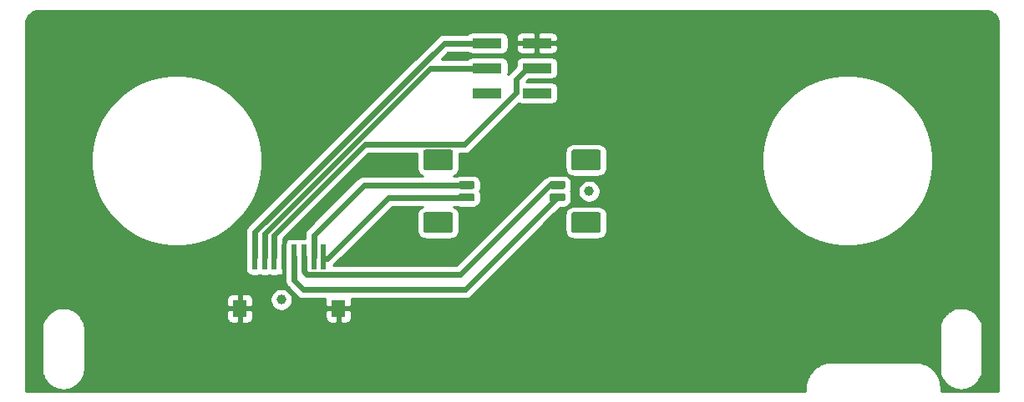
<source format=gbr>
%TF.GenerationSoftware,KiCad,Pcbnew,(5.1.5)-3*%
%TF.CreationDate,2020-06-01T09:44:54+02:00*%
%TF.ProjectId,speaker_grill,73706561-6b65-4725-9f67-72696c6c2e6b,rev?*%
%TF.SameCoordinates,PXbebc200PY5f5e100*%
%TF.FileFunction,Copper,L2,Bot*%
%TF.FilePolarity,Positive*%
%FSLAX46Y46*%
G04 Gerber Fmt 4.6, Leading zero omitted, Abs format (unit mm)*
G04 Created by KiCad (PCBNEW (5.1.5)-3) date 2020-06-01 09:44:54*
%MOMM*%
%LPD*%
G04 APERTURE LIST*
%TA.AperFunction,BGAPad,CuDef*%
%ADD10C,1.000000*%
%TD*%
%TA.AperFunction,ConnectorPad*%
%ADD11R,1.400000X1.800000*%
%TD*%
%TA.AperFunction,SMDPad,CuDef*%
%ADD12R,0.600000X2.500000*%
%TD*%
%TA.AperFunction,SMDPad,CuDef*%
%ADD13C,0.100000*%
%TD*%
%TA.AperFunction,SMDPad,CuDef*%
%ADD14R,3.000000X1.000000*%
%TD*%
%TA.AperFunction,Conductor*%
%ADD15C,0.600000*%
%TD*%
%TA.AperFunction,Conductor*%
%ADD16C,0.254000*%
%TD*%
G04 APERTURE END LIST*
D10*
%TO.P,REF\002A\002A,*%
%TO.N,*%
X-42200000Y21000000D03*
%TD*%
%TO.P,REF\002A\002A,*%
%TO.N,*%
X-73400000Y10000000D03*
%TD*%
D11*
%TO.P,J4,9*%
%TO.N,GND*%
X-77600000Y9100000D03*
X-67600000Y9100000D03*
D12*
%TO.P,J4,2*%
%TO.N,L+*%
X-70100000Y14300000D03*
%TO.P,J4,1*%
%TO.N,L-*%
X-69100000Y14300000D03*
%TO.P,J4,3*%
%TO.N,R-*%
X-71100000Y14300000D03*
%TO.P,J4,4*%
%TO.N,R+*%
X-72100000Y14300000D03*
%TO.P,J4,5*%
%TO.N,GND*%
X-73100000Y14300000D03*
%TO.P,J4,6*%
%TO.N,I2C_SCL*%
X-74100000Y14300000D03*
%TO.P,J4,7*%
%TO.N,I2C_SDA*%
X-75100000Y14300000D03*
%TO.P,J4,8*%
%TO.N,3V3*%
X-76100000Y14300000D03*
%TD*%
%TA.AperFunction,SMDPad,CuDef*%
D13*
%TO.P,J3,MP*%
%TO.N,N/C*%
G36*
X-41225496Y18873796D02*
G01*
X-41201227Y18870196D01*
X-41177429Y18864235D01*
X-41154329Y18855970D01*
X-41132151Y18845480D01*
X-41111107Y18832867D01*
X-41091402Y18818253D01*
X-41073223Y18801777D01*
X-41056747Y18783598D01*
X-41042133Y18763893D01*
X-41029520Y18742849D01*
X-41019030Y18720671D01*
X-41010765Y18697571D01*
X-41004804Y18673773D01*
X-41001204Y18649504D01*
X-41000000Y18625000D01*
X-41000000Y17025000D01*
X-41001204Y17000496D01*
X-41004804Y16976227D01*
X-41010765Y16952429D01*
X-41019030Y16929329D01*
X-41029520Y16907151D01*
X-41042133Y16886107D01*
X-41056747Y16866402D01*
X-41073223Y16848223D01*
X-41091402Y16831747D01*
X-41111107Y16817133D01*
X-41132151Y16804520D01*
X-41154329Y16794030D01*
X-41177429Y16785765D01*
X-41201227Y16779804D01*
X-41225496Y16776204D01*
X-41250000Y16775000D01*
X-43750000Y16775000D01*
X-43774504Y16776204D01*
X-43798773Y16779804D01*
X-43822571Y16785765D01*
X-43845671Y16794030D01*
X-43867849Y16804520D01*
X-43888893Y16817133D01*
X-43908598Y16831747D01*
X-43926777Y16848223D01*
X-43943253Y16866402D01*
X-43957867Y16886107D01*
X-43970480Y16907151D01*
X-43980970Y16929329D01*
X-43989235Y16952429D01*
X-43995196Y16976227D01*
X-43998796Y17000496D01*
X-44000000Y17025000D01*
X-44000000Y18625000D01*
X-43998796Y18649504D01*
X-43995196Y18673773D01*
X-43989235Y18697571D01*
X-43980970Y18720671D01*
X-43970480Y18742849D01*
X-43957867Y18763893D01*
X-43943253Y18783598D01*
X-43926777Y18801777D01*
X-43908598Y18818253D01*
X-43888893Y18832867D01*
X-43867849Y18845480D01*
X-43845671Y18855970D01*
X-43822571Y18864235D01*
X-43798773Y18870196D01*
X-43774504Y18873796D01*
X-43750000Y18875000D01*
X-41250000Y18875000D01*
X-41225496Y18873796D01*
G37*
%TD.AperFunction*%
%TA.AperFunction,SMDPad,CuDef*%
G36*
X-41225496Y25223796D02*
G01*
X-41201227Y25220196D01*
X-41177429Y25214235D01*
X-41154329Y25205970D01*
X-41132151Y25195480D01*
X-41111107Y25182867D01*
X-41091402Y25168253D01*
X-41073223Y25151777D01*
X-41056747Y25133598D01*
X-41042133Y25113893D01*
X-41029520Y25092849D01*
X-41019030Y25070671D01*
X-41010765Y25047571D01*
X-41004804Y25023773D01*
X-41001204Y24999504D01*
X-41000000Y24975000D01*
X-41000000Y23375000D01*
X-41001204Y23350496D01*
X-41004804Y23326227D01*
X-41010765Y23302429D01*
X-41019030Y23279329D01*
X-41029520Y23257151D01*
X-41042133Y23236107D01*
X-41056747Y23216402D01*
X-41073223Y23198223D01*
X-41091402Y23181747D01*
X-41111107Y23167133D01*
X-41132151Y23154520D01*
X-41154329Y23144030D01*
X-41177429Y23135765D01*
X-41201227Y23129804D01*
X-41225496Y23126204D01*
X-41250000Y23125000D01*
X-43750000Y23125000D01*
X-43774504Y23126204D01*
X-43798773Y23129804D01*
X-43822571Y23135765D01*
X-43845671Y23144030D01*
X-43867849Y23154520D01*
X-43888893Y23167133D01*
X-43908598Y23181747D01*
X-43926777Y23198223D01*
X-43943253Y23216402D01*
X-43957867Y23236107D01*
X-43970480Y23257151D01*
X-43980970Y23279329D01*
X-43989235Y23302429D01*
X-43995196Y23326227D01*
X-43998796Y23350496D01*
X-44000000Y23375000D01*
X-44000000Y24975000D01*
X-43998796Y24999504D01*
X-43995196Y25023773D01*
X-43989235Y25047571D01*
X-43980970Y25070671D01*
X-43970480Y25092849D01*
X-43957867Y25113893D01*
X-43943253Y25133598D01*
X-43926777Y25151777D01*
X-43908598Y25168253D01*
X-43888893Y25182867D01*
X-43867849Y25195480D01*
X-43845671Y25205970D01*
X-43822571Y25214235D01*
X-43798773Y25220196D01*
X-43774504Y25223796D01*
X-43750000Y25225000D01*
X-41250000Y25225000D01*
X-41225496Y25223796D01*
G37*
%TD.AperFunction*%
%TA.AperFunction,SMDPad,CuDef*%
%TO.P,J3,2*%
%TO.N,R+*%
G36*
X-44780397Y20774037D02*
G01*
X-44760982Y20771157D01*
X-44741943Y20766388D01*
X-44723463Y20759776D01*
X-44705721Y20751384D01*
X-44688886Y20741294D01*
X-44673121Y20729602D01*
X-44658579Y20716421D01*
X-44645398Y20701879D01*
X-44633706Y20686114D01*
X-44623616Y20669279D01*
X-44615224Y20651537D01*
X-44608612Y20633057D01*
X-44603843Y20614018D01*
X-44600963Y20594603D01*
X-44600000Y20575000D01*
X-44600000Y20175000D01*
X-44600963Y20155397D01*
X-44603843Y20135982D01*
X-44608612Y20116943D01*
X-44615224Y20098463D01*
X-44623616Y20080721D01*
X-44633706Y20063886D01*
X-44645398Y20048121D01*
X-44658579Y20033579D01*
X-44673121Y20020398D01*
X-44688886Y20008706D01*
X-44705721Y19998616D01*
X-44723463Y19990224D01*
X-44741943Y19983612D01*
X-44760982Y19978843D01*
X-44780397Y19975963D01*
X-44800000Y19975000D01*
X-46000000Y19975000D01*
X-46019603Y19975963D01*
X-46039018Y19978843D01*
X-46058057Y19983612D01*
X-46076537Y19990224D01*
X-46094279Y19998616D01*
X-46111114Y20008706D01*
X-46126879Y20020398D01*
X-46141421Y20033579D01*
X-46154602Y20048121D01*
X-46166294Y20063886D01*
X-46176384Y20080721D01*
X-46184776Y20098463D01*
X-46191388Y20116943D01*
X-46196157Y20135982D01*
X-46199037Y20155397D01*
X-46200000Y20175000D01*
X-46200000Y20575000D01*
X-46199037Y20594603D01*
X-46196157Y20614018D01*
X-46191388Y20633057D01*
X-46184776Y20651537D01*
X-46176384Y20669279D01*
X-46166294Y20686114D01*
X-46154602Y20701879D01*
X-46141421Y20716421D01*
X-46126879Y20729602D01*
X-46111114Y20741294D01*
X-46094279Y20751384D01*
X-46076537Y20759776D01*
X-46058057Y20766388D01*
X-46039018Y20771157D01*
X-46019603Y20774037D01*
X-46000000Y20775000D01*
X-44800000Y20775000D01*
X-44780397Y20774037D01*
G37*
%TD.AperFunction*%
%TA.AperFunction,SMDPad,CuDef*%
%TO.P,J3,1*%
%TO.N,R-*%
G36*
X-44780397Y22024037D02*
G01*
X-44760982Y22021157D01*
X-44741943Y22016388D01*
X-44723463Y22009776D01*
X-44705721Y22001384D01*
X-44688886Y21991294D01*
X-44673121Y21979602D01*
X-44658579Y21966421D01*
X-44645398Y21951879D01*
X-44633706Y21936114D01*
X-44623616Y21919279D01*
X-44615224Y21901537D01*
X-44608612Y21883057D01*
X-44603843Y21864018D01*
X-44600963Y21844603D01*
X-44600000Y21825000D01*
X-44600000Y21425000D01*
X-44600963Y21405397D01*
X-44603843Y21385982D01*
X-44608612Y21366943D01*
X-44615224Y21348463D01*
X-44623616Y21330721D01*
X-44633706Y21313886D01*
X-44645398Y21298121D01*
X-44658579Y21283579D01*
X-44673121Y21270398D01*
X-44688886Y21258706D01*
X-44705721Y21248616D01*
X-44723463Y21240224D01*
X-44741943Y21233612D01*
X-44760982Y21228843D01*
X-44780397Y21225963D01*
X-44800000Y21225000D01*
X-46000000Y21225000D01*
X-46019603Y21225963D01*
X-46039018Y21228843D01*
X-46058057Y21233612D01*
X-46076537Y21240224D01*
X-46094279Y21248616D01*
X-46111114Y21258706D01*
X-46126879Y21270398D01*
X-46141421Y21283579D01*
X-46154602Y21298121D01*
X-46166294Y21313886D01*
X-46176384Y21330721D01*
X-46184776Y21348463D01*
X-46191388Y21366943D01*
X-46196157Y21385982D01*
X-46199037Y21405397D01*
X-46200000Y21425000D01*
X-46200000Y21825000D01*
X-46199037Y21844603D01*
X-46196157Y21864018D01*
X-46191388Y21883057D01*
X-46184776Y21901537D01*
X-46176384Y21919279D01*
X-46166294Y21936114D01*
X-46154602Y21951879D01*
X-46141421Y21966421D01*
X-46126879Y21979602D01*
X-46111114Y21991294D01*
X-46094279Y22001384D01*
X-46076537Y22009776D01*
X-46058057Y22016388D01*
X-46039018Y22021157D01*
X-46019603Y22024037D01*
X-46000000Y22025000D01*
X-44800000Y22025000D01*
X-44780397Y22024037D01*
G37*
%TD.AperFunction*%
%TD*%
%TA.AperFunction,SMDPad,CuDef*%
%TO.P,J2,MP*%
%TO.N,N/C*%
G36*
X-56225496Y25223796D02*
G01*
X-56201227Y25220196D01*
X-56177429Y25214235D01*
X-56154329Y25205970D01*
X-56132151Y25195480D01*
X-56111107Y25182867D01*
X-56091402Y25168253D01*
X-56073223Y25151777D01*
X-56056747Y25133598D01*
X-56042133Y25113893D01*
X-56029520Y25092849D01*
X-56019030Y25070671D01*
X-56010765Y25047571D01*
X-56004804Y25023773D01*
X-56001204Y24999504D01*
X-56000000Y24975000D01*
X-56000000Y23375000D01*
X-56001204Y23350496D01*
X-56004804Y23326227D01*
X-56010765Y23302429D01*
X-56019030Y23279329D01*
X-56029520Y23257151D01*
X-56042133Y23236107D01*
X-56056747Y23216402D01*
X-56073223Y23198223D01*
X-56091402Y23181747D01*
X-56111107Y23167133D01*
X-56132151Y23154520D01*
X-56154329Y23144030D01*
X-56177429Y23135765D01*
X-56201227Y23129804D01*
X-56225496Y23126204D01*
X-56250000Y23125000D01*
X-58750000Y23125000D01*
X-58774504Y23126204D01*
X-58798773Y23129804D01*
X-58822571Y23135765D01*
X-58845671Y23144030D01*
X-58867849Y23154520D01*
X-58888893Y23167133D01*
X-58908598Y23181747D01*
X-58926777Y23198223D01*
X-58943253Y23216402D01*
X-58957867Y23236107D01*
X-58970480Y23257151D01*
X-58980970Y23279329D01*
X-58989235Y23302429D01*
X-58995196Y23326227D01*
X-58998796Y23350496D01*
X-59000000Y23375000D01*
X-59000000Y24975000D01*
X-58998796Y24999504D01*
X-58995196Y25023773D01*
X-58989235Y25047571D01*
X-58980970Y25070671D01*
X-58970480Y25092849D01*
X-58957867Y25113893D01*
X-58943253Y25133598D01*
X-58926777Y25151777D01*
X-58908598Y25168253D01*
X-58888893Y25182867D01*
X-58867849Y25195480D01*
X-58845671Y25205970D01*
X-58822571Y25214235D01*
X-58798773Y25220196D01*
X-58774504Y25223796D01*
X-58750000Y25225000D01*
X-56250000Y25225000D01*
X-56225496Y25223796D01*
G37*
%TD.AperFunction*%
%TA.AperFunction,SMDPad,CuDef*%
G36*
X-56225496Y18873796D02*
G01*
X-56201227Y18870196D01*
X-56177429Y18864235D01*
X-56154329Y18855970D01*
X-56132151Y18845480D01*
X-56111107Y18832867D01*
X-56091402Y18818253D01*
X-56073223Y18801777D01*
X-56056747Y18783598D01*
X-56042133Y18763893D01*
X-56029520Y18742849D01*
X-56019030Y18720671D01*
X-56010765Y18697571D01*
X-56004804Y18673773D01*
X-56001204Y18649504D01*
X-56000000Y18625000D01*
X-56000000Y17025000D01*
X-56001204Y17000496D01*
X-56004804Y16976227D01*
X-56010765Y16952429D01*
X-56019030Y16929329D01*
X-56029520Y16907151D01*
X-56042133Y16886107D01*
X-56056747Y16866402D01*
X-56073223Y16848223D01*
X-56091402Y16831747D01*
X-56111107Y16817133D01*
X-56132151Y16804520D01*
X-56154329Y16794030D01*
X-56177429Y16785765D01*
X-56201227Y16779804D01*
X-56225496Y16776204D01*
X-56250000Y16775000D01*
X-58750000Y16775000D01*
X-58774504Y16776204D01*
X-58798773Y16779804D01*
X-58822571Y16785765D01*
X-58845671Y16794030D01*
X-58867849Y16804520D01*
X-58888893Y16817133D01*
X-58908598Y16831747D01*
X-58926777Y16848223D01*
X-58943253Y16866402D01*
X-58957867Y16886107D01*
X-58970480Y16907151D01*
X-58980970Y16929329D01*
X-58989235Y16952429D01*
X-58995196Y16976227D01*
X-58998796Y17000496D01*
X-59000000Y17025000D01*
X-59000000Y18625000D01*
X-58998796Y18649504D01*
X-58995196Y18673773D01*
X-58989235Y18697571D01*
X-58980970Y18720671D01*
X-58970480Y18742849D01*
X-58957867Y18763893D01*
X-58943253Y18783598D01*
X-58926777Y18801777D01*
X-58908598Y18818253D01*
X-58888893Y18832867D01*
X-58867849Y18845480D01*
X-58845671Y18855970D01*
X-58822571Y18864235D01*
X-58798773Y18870196D01*
X-58774504Y18873796D01*
X-58750000Y18875000D01*
X-56250000Y18875000D01*
X-56225496Y18873796D01*
G37*
%TD.AperFunction*%
%TA.AperFunction,SMDPad,CuDef*%
%TO.P,J2,2*%
%TO.N,L+*%
G36*
X-53980397Y22024037D02*
G01*
X-53960982Y22021157D01*
X-53941943Y22016388D01*
X-53923463Y22009776D01*
X-53905721Y22001384D01*
X-53888886Y21991294D01*
X-53873121Y21979602D01*
X-53858579Y21966421D01*
X-53845398Y21951879D01*
X-53833706Y21936114D01*
X-53823616Y21919279D01*
X-53815224Y21901537D01*
X-53808612Y21883057D01*
X-53803843Y21864018D01*
X-53800963Y21844603D01*
X-53800000Y21825000D01*
X-53800000Y21425000D01*
X-53800963Y21405397D01*
X-53803843Y21385982D01*
X-53808612Y21366943D01*
X-53815224Y21348463D01*
X-53823616Y21330721D01*
X-53833706Y21313886D01*
X-53845398Y21298121D01*
X-53858579Y21283579D01*
X-53873121Y21270398D01*
X-53888886Y21258706D01*
X-53905721Y21248616D01*
X-53923463Y21240224D01*
X-53941943Y21233612D01*
X-53960982Y21228843D01*
X-53980397Y21225963D01*
X-54000000Y21225000D01*
X-55200000Y21225000D01*
X-55219603Y21225963D01*
X-55239018Y21228843D01*
X-55258057Y21233612D01*
X-55276537Y21240224D01*
X-55294279Y21248616D01*
X-55311114Y21258706D01*
X-55326879Y21270398D01*
X-55341421Y21283579D01*
X-55354602Y21298121D01*
X-55366294Y21313886D01*
X-55376384Y21330721D01*
X-55384776Y21348463D01*
X-55391388Y21366943D01*
X-55396157Y21385982D01*
X-55399037Y21405397D01*
X-55400000Y21425000D01*
X-55400000Y21825000D01*
X-55399037Y21844603D01*
X-55396157Y21864018D01*
X-55391388Y21883057D01*
X-55384776Y21901537D01*
X-55376384Y21919279D01*
X-55366294Y21936114D01*
X-55354602Y21951879D01*
X-55341421Y21966421D01*
X-55326879Y21979602D01*
X-55311114Y21991294D01*
X-55294279Y22001384D01*
X-55276537Y22009776D01*
X-55258057Y22016388D01*
X-55239018Y22021157D01*
X-55219603Y22024037D01*
X-55200000Y22025000D01*
X-54000000Y22025000D01*
X-53980397Y22024037D01*
G37*
%TD.AperFunction*%
%TA.AperFunction,SMDPad,CuDef*%
%TO.P,J2,1*%
%TO.N,L-*%
G36*
X-53980397Y20774037D02*
G01*
X-53960982Y20771157D01*
X-53941943Y20766388D01*
X-53923463Y20759776D01*
X-53905721Y20751384D01*
X-53888886Y20741294D01*
X-53873121Y20729602D01*
X-53858579Y20716421D01*
X-53845398Y20701879D01*
X-53833706Y20686114D01*
X-53823616Y20669279D01*
X-53815224Y20651537D01*
X-53808612Y20633057D01*
X-53803843Y20614018D01*
X-53800963Y20594603D01*
X-53800000Y20575000D01*
X-53800000Y20175000D01*
X-53800963Y20155397D01*
X-53803843Y20135982D01*
X-53808612Y20116943D01*
X-53815224Y20098463D01*
X-53823616Y20080721D01*
X-53833706Y20063886D01*
X-53845398Y20048121D01*
X-53858579Y20033579D01*
X-53873121Y20020398D01*
X-53888886Y20008706D01*
X-53905721Y19998616D01*
X-53923463Y19990224D01*
X-53941943Y19983612D01*
X-53960982Y19978843D01*
X-53980397Y19975963D01*
X-54000000Y19975000D01*
X-55200000Y19975000D01*
X-55219603Y19975963D01*
X-55239018Y19978843D01*
X-55258057Y19983612D01*
X-55276537Y19990224D01*
X-55294279Y19998616D01*
X-55311114Y20008706D01*
X-55326879Y20020398D01*
X-55341421Y20033579D01*
X-55354602Y20048121D01*
X-55366294Y20063886D01*
X-55376384Y20080721D01*
X-55384776Y20098463D01*
X-55391388Y20116943D01*
X-55396157Y20135982D01*
X-55399037Y20155397D01*
X-55400000Y20175000D01*
X-55400000Y20575000D01*
X-55399037Y20594603D01*
X-55396157Y20614018D01*
X-55391388Y20633057D01*
X-55384776Y20651537D01*
X-55376384Y20669279D01*
X-55366294Y20686114D01*
X-55354602Y20701879D01*
X-55341421Y20716421D01*
X-55326879Y20729602D01*
X-55311114Y20741294D01*
X-55294279Y20751384D01*
X-55276537Y20759776D01*
X-55258057Y20766388D01*
X-55239018Y20771157D01*
X-55219603Y20774037D01*
X-55200000Y20775000D01*
X-54000000Y20775000D01*
X-53980397Y20774037D01*
G37*
%TD.AperFunction*%
%TD*%
D14*
%TO.P,J1,6*%
%TO.N,Net-(J1-Pad6)*%
X-47480000Y30960000D03*
%TO.P,J1,5*%
%TO.N,Net-(J1-Pad5)*%
X-52520000Y30960000D03*
%TO.P,J1,4*%
%TO.N,I2C_SCL*%
X-47480000Y33500000D03*
%TO.P,J1,3*%
%TO.N,I2C_SDA*%
X-52520000Y33500000D03*
%TO.P,J1,2*%
%TO.N,GND*%
X-47480000Y36040000D03*
%TO.P,J1,1*%
%TO.N,3V3*%
X-52520000Y36040000D03*
%TD*%
D15*
%TO.N,I2C_SCL*%
X-74100000Y16500000D02*
X-74100000Y14300000D01*
X-64924990Y25725010D02*
X-74125000Y16525000D01*
X-47480000Y33500000D02*
X-48480000Y33500000D01*
X-49600000Y32380000D02*
X-49600000Y30979998D01*
X-49600000Y30979998D02*
X-54854988Y25725010D01*
X-48480000Y33500000D02*
X-49600000Y32380000D01*
X-54854988Y25725010D02*
X-64924990Y25725010D01*
%TO.N,I2C_SDA*%
X-54620000Y33500000D02*
X-52520000Y33500000D01*
X-58281384Y33500000D02*
X-54620000Y33500000D01*
X-75100000Y16681384D02*
X-75100000Y14300000D01*
X-74990692Y16790692D02*
X-58281384Y33500000D01*
X-74990692Y16790692D02*
X-75100000Y16681384D01*
%TO.N,3V3*%
X-54620000Y36040000D02*
X-52520000Y36040000D01*
X-56872768Y36040000D02*
X-54620000Y36040000D01*
X-76100000Y16812768D02*
X-76100000Y14300000D01*
X-76056384Y16856384D02*
X-76100000Y16812768D01*
X-76056384Y16856384D02*
X-56872768Y36040000D01*
%TO.N,L+*%
X-54600000Y21625000D02*
X-65025000Y21625000D01*
X-70100000Y16550000D02*
X-70100000Y14300000D01*
X-65025000Y21625000D02*
X-70100000Y16550000D01*
%TO.N,L-*%
X-55400000Y20375000D02*
X-54600000Y20375000D01*
X-62525000Y20375000D02*
X-55400000Y20375000D01*
X-69000000Y14200000D02*
X-68700000Y14200000D01*
X-68700000Y14200000D02*
X-62525000Y20375000D01*
%TO.N,R+*%
X-71140693Y11000000D02*
X-72100000Y11959307D01*
X-45400000Y20375000D02*
X-54775000Y11000000D01*
X-72100000Y11959307D02*
X-72100000Y14300000D01*
X-54775000Y11000000D02*
X-71140693Y11000000D01*
%TO.N,R-*%
X-46200000Y21625000D02*
X-45400000Y21625000D01*
X-55275001Y12549999D02*
X-46200000Y21625000D01*
X-70800001Y12549999D02*
X-71100000Y12849998D01*
X-70549999Y12549999D02*
X-55275001Y12549999D01*
X-71100000Y12849998D02*
X-71100000Y14300000D01*
X-70549999Y12549999D02*
X-70800001Y12549999D01*
%TD*%
D16*
%TO.N,GND*%
G36*
X-1747171Y39276877D02*
G01*
X-1503974Y39203451D01*
X-1279669Y39084186D01*
X-1082801Y38923625D01*
X-920869Y38727883D01*
X-800043Y38504420D01*
X-724920Y38261736D01*
X-695000Y37977071D01*
X-694999Y695000D01*
X-6505000Y695000D01*
X-6505000Y1034135D01*
X-6507996Y1064558D01*
X-6507910Y1076953D01*
X-6508856Y1086611D01*
X-6549657Y1474804D01*
X-6562325Y1536518D01*
X-6574127Y1598383D01*
X-6576932Y1607673D01*
X-6692355Y1980548D01*
X-6716765Y2038617D01*
X-6740362Y2097021D01*
X-6744918Y2105589D01*
X-6744918Y2105590D01*
X-6744921Y2105594D01*
X-6930569Y2448944D01*
X-6965792Y2501165D01*
X-7000286Y2553876D01*
X-7006419Y2561397D01*
X-7255226Y2862152D01*
X-7299935Y2906550D01*
X-7343995Y2951542D01*
X-7351466Y2957722D01*
X-7351472Y2957728D01*
X-7351479Y2957732D01*
X-7361452Y2965866D01*
X-6695000Y2965866D01*
X-6691537Y2930708D01*
X-6691537Y2911236D01*
X-6690523Y2901585D01*
X-6657890Y2610660D01*
X-6644794Y2549051D01*
X-6632558Y2487256D01*
X-6629689Y2477986D01*
X-6541171Y2198941D01*
X-6516348Y2141024D01*
X-6492351Y2082805D01*
X-6487736Y2074268D01*
X-6346703Y1817730D01*
X-6311105Y1765740D01*
X-6276256Y1713289D01*
X-6270071Y1705811D01*
X-6081896Y1481553D01*
X-6036882Y1437472D01*
X-5992504Y1392784D01*
X-5984990Y1386656D01*
X-5984985Y1386651D01*
X-5984980Y1386647D01*
X-5756834Y1203214D01*
X-5704139Y1168731D01*
X-5651905Y1133499D01*
X-5643337Y1128943D01*
X-5383902Y993313D01*
X-5325475Y969707D01*
X-5267427Y945306D01*
X-5258145Y942503D01*
X-5258139Y942501D01*
X-5258133Y942500D01*
X-4977299Y859846D01*
X-4915438Y848045D01*
X-4853718Y835376D01*
X-4844062Y834429D01*
X-4844060Y834429D01*
X-4552516Y807897D01*
X-4489528Y808337D01*
X-4426540Y807897D01*
X-4416882Y808844D01*
X-4416879Y808844D01*
X-4416876Y808845D01*
X-4125737Y839444D01*
X-4064017Y852113D01*
X-4002156Y863914D01*
X-3992874Y866717D01*
X-3992867Y866718D01*
X-3992861Y866721D01*
X-3713210Y953286D01*
X-3655118Y977706D01*
X-3596735Y1001294D01*
X-3588172Y1005847D01*
X-3588168Y1005849D01*
X-3588165Y1005851D01*
X-3330651Y1145089D01*
X-3278417Y1180321D01*
X-3225722Y1214804D01*
X-3218204Y1220935D01*
X-3218200Y1220938D01*
X-3218196Y1220942D01*
X-2992635Y1407542D01*
X-2948255Y1452232D01*
X-2903244Y1496311D01*
X-2897058Y1503788D01*
X-2712032Y1730652D01*
X-2677171Y1783121D01*
X-2641585Y1835094D01*
X-2636974Y1843622D01*
X-2636969Y1843630D01*
X-2636966Y1843638D01*
X-2499533Y2102111D01*
X-2475539Y2160325D01*
X-2450714Y2218246D01*
X-2447844Y2227516D01*
X-2363230Y2507770D01*
X-2350997Y2569553D01*
X-2337898Y2631178D01*
X-2336884Y2640829D01*
X-2308317Y2932180D01*
X-2308317Y2932187D01*
X-2305000Y2965865D01*
X-2305000Y7034135D01*
X-2308463Y7069293D01*
X-2308463Y7088765D01*
X-2309477Y7098416D01*
X-2342110Y7389340D01*
X-2355206Y7450949D01*
X-2367442Y7512744D01*
X-2370311Y7522015D01*
X-2458829Y7801059D01*
X-2483646Y7858962D01*
X-2507649Y7917196D01*
X-2512264Y7925732D01*
X-2653297Y8182270D01*
X-2688895Y8234260D01*
X-2723744Y8286711D01*
X-2729929Y8294189D01*
X-2918104Y8518447D01*
X-2963119Y8562528D01*
X-3007496Y8607216D01*
X-3015016Y8613349D01*
X-3243166Y8796786D01*
X-3295861Y8831269D01*
X-3348095Y8866501D01*
X-3356663Y8871057D01*
X-3616098Y9006687D01*
X-3674525Y9030293D01*
X-3732573Y9054694D01*
X-3741855Y9057497D01*
X-3741861Y9057499D01*
X-3741867Y9057500D01*
X-4022701Y9140154D01*
X-4084562Y9151955D01*
X-4146282Y9164624D01*
X-4155938Y9165571D01*
X-4155940Y9165571D01*
X-4447484Y9192103D01*
X-4510472Y9191663D01*
X-4573460Y9192103D01*
X-4583118Y9191156D01*
X-4583121Y9191156D01*
X-4583124Y9191155D01*
X-4874263Y9160556D01*
X-4935977Y9147888D01*
X-4997844Y9136086D01*
X-5007126Y9133283D01*
X-5007133Y9133282D01*
X-5007139Y9133279D01*
X-5286790Y9046713D01*
X-5344849Y9022307D01*
X-5403265Y8998706D01*
X-5411828Y8994153D01*
X-5411832Y8994151D01*
X-5411833Y8994150D01*
X-5669349Y8854911D01*
X-5721583Y8819679D01*
X-5774278Y8785196D01*
X-5781796Y8779065D01*
X-5781800Y8779062D01*
X-5781804Y8779058D01*
X-6007365Y8592458D01*
X-6051745Y8547768D01*
X-6096756Y8503689D01*
X-6102942Y8496212D01*
X-6287968Y8269348D01*
X-6322829Y8216879D01*
X-6358415Y8164906D01*
X-6363026Y8156378D01*
X-6363031Y8156370D01*
X-6363031Y8156369D01*
X-6500467Y7897889D01*
X-6524461Y7839675D01*
X-6549286Y7781754D01*
X-6552156Y7772484D01*
X-6636770Y7492230D01*
X-6649003Y7430447D01*
X-6662102Y7368822D01*
X-6663116Y7359171D01*
X-6691683Y7067819D01*
X-6691683Y7067802D01*
X-6694999Y7034135D01*
X-6695000Y2965866D01*
X-7361452Y2965866D01*
X-7653956Y3204428D01*
X-7706425Y3239289D01*
X-7758398Y3274875D01*
X-7766926Y3279486D01*
X-7766934Y3279491D01*
X-7766942Y3279494D01*
X-8111575Y3462740D01*
X-8169839Y3486755D01*
X-8227713Y3511559D01*
X-8236975Y3514427D01*
X-8236981Y3514429D01*
X-8236987Y3514430D01*
X-8610654Y3627247D01*
X-8672436Y3639480D01*
X-8734059Y3652578D01*
X-8743710Y3653593D01*
X-9132179Y3691683D01*
X-9132187Y3691683D01*
X-9165865Y3695000D01*
X-17634135Y3695000D01*
X-17664558Y3692004D01*
X-17676953Y3692090D01*
X-17686611Y3691144D01*
X-18074804Y3650343D01*
X-18136518Y3637675D01*
X-18198383Y3625873D01*
X-18207671Y3623069D01*
X-18207677Y3623067D01*
X-18580548Y3507645D01*
X-18638617Y3483235D01*
X-18697021Y3459638D01*
X-18705585Y3455084D01*
X-18705590Y3455082D01*
X-18705591Y3455081D01*
X-19048944Y3269431D01*
X-19101165Y3234208D01*
X-19153876Y3199714D01*
X-19161397Y3193581D01*
X-19462152Y2944774D01*
X-19506550Y2900065D01*
X-19551542Y2856005D01*
X-19557722Y2848534D01*
X-19557728Y2848528D01*
X-19557732Y2848521D01*
X-19804428Y2546044D01*
X-19839289Y2493575D01*
X-19874875Y2441602D01*
X-19879486Y2433074D01*
X-19879491Y2433066D01*
X-19879494Y2433058D01*
X-20062740Y2088425D01*
X-20086755Y2030161D01*
X-20111559Y1972287D01*
X-20114427Y1963025D01*
X-20114429Y1963019D01*
X-20114429Y1963017D01*
X-20227247Y1589346D01*
X-20239480Y1527564D01*
X-20252578Y1465941D01*
X-20253593Y1456290D01*
X-20291683Y1067821D01*
X-20291683Y1067802D01*
X-20294999Y1034135D01*
X-20294999Y695000D01*
X-99305000Y695000D01*
X-99305000Y2965866D01*
X-97695000Y2965866D01*
X-97691537Y2930708D01*
X-97691537Y2911236D01*
X-97690523Y2901585D01*
X-97657890Y2610660D01*
X-97644794Y2549051D01*
X-97632558Y2487256D01*
X-97629689Y2477986D01*
X-97541171Y2198941D01*
X-97516348Y2141024D01*
X-97492351Y2082805D01*
X-97487736Y2074268D01*
X-97346703Y1817730D01*
X-97311105Y1765740D01*
X-97276256Y1713289D01*
X-97270071Y1705811D01*
X-97081896Y1481553D01*
X-97036882Y1437472D01*
X-96992504Y1392784D01*
X-96984990Y1386656D01*
X-96984985Y1386651D01*
X-96984980Y1386647D01*
X-96756834Y1203214D01*
X-96704139Y1168731D01*
X-96651905Y1133499D01*
X-96643337Y1128943D01*
X-96383902Y993313D01*
X-96325475Y969707D01*
X-96267427Y945306D01*
X-96258145Y942503D01*
X-96258139Y942501D01*
X-96258133Y942500D01*
X-95977299Y859846D01*
X-95915438Y848045D01*
X-95853718Y835376D01*
X-95844062Y834429D01*
X-95844060Y834429D01*
X-95552516Y807897D01*
X-95489528Y808337D01*
X-95426540Y807897D01*
X-95416882Y808844D01*
X-95416879Y808844D01*
X-95416876Y808845D01*
X-95125737Y839444D01*
X-95064017Y852113D01*
X-95002156Y863914D01*
X-94992874Y866717D01*
X-94992867Y866718D01*
X-94992861Y866721D01*
X-94713210Y953286D01*
X-94655118Y977706D01*
X-94596735Y1001294D01*
X-94588172Y1005847D01*
X-94588168Y1005849D01*
X-94588165Y1005851D01*
X-94330651Y1145089D01*
X-94278417Y1180321D01*
X-94225722Y1214804D01*
X-94218204Y1220935D01*
X-94218200Y1220938D01*
X-94218196Y1220942D01*
X-93992635Y1407542D01*
X-93948255Y1452232D01*
X-93903244Y1496311D01*
X-93897058Y1503788D01*
X-93712032Y1730652D01*
X-93677171Y1783121D01*
X-93641585Y1835094D01*
X-93636974Y1843622D01*
X-93636969Y1843630D01*
X-93636966Y1843638D01*
X-93499533Y2102111D01*
X-93475539Y2160325D01*
X-93450714Y2218246D01*
X-93447844Y2227516D01*
X-93363230Y2507770D01*
X-93350997Y2569553D01*
X-93337898Y2631178D01*
X-93336884Y2640829D01*
X-93308317Y2932180D01*
X-93308317Y2932187D01*
X-93305000Y2965865D01*
X-93305000Y7034135D01*
X-93308463Y7069293D01*
X-93308463Y7088765D01*
X-93309477Y7098416D01*
X-93342110Y7389340D01*
X-93355206Y7450949D01*
X-93367442Y7512744D01*
X-93370311Y7522015D01*
X-93458829Y7801059D01*
X-93483646Y7858962D01*
X-93507649Y7917196D01*
X-93512264Y7925732D01*
X-93653297Y8182270D01*
X-93665436Y8200000D01*
X-78938072Y8200000D01*
X-78925812Y8075518D01*
X-78889502Y7955820D01*
X-78830537Y7845506D01*
X-78751185Y7748815D01*
X-78654494Y7669463D01*
X-78544180Y7610498D01*
X-78424482Y7574188D01*
X-78300000Y7561928D01*
X-77885750Y7565000D01*
X-77727000Y7723750D01*
X-77727000Y8973000D01*
X-77473000Y8973000D01*
X-77473000Y7723750D01*
X-77314250Y7565000D01*
X-76900000Y7561928D01*
X-76775518Y7574188D01*
X-76655820Y7610498D01*
X-76545506Y7669463D01*
X-76448815Y7748815D01*
X-76369463Y7845506D01*
X-76310498Y7955820D01*
X-76274188Y8075518D01*
X-76261928Y8200000D01*
X-68938072Y8200000D01*
X-68925812Y8075518D01*
X-68889502Y7955820D01*
X-68830537Y7845506D01*
X-68751185Y7748815D01*
X-68654494Y7669463D01*
X-68544180Y7610498D01*
X-68424482Y7574188D01*
X-68300000Y7561928D01*
X-67885750Y7565000D01*
X-67727000Y7723750D01*
X-67727000Y8973000D01*
X-67473000Y8973000D01*
X-67473000Y7723750D01*
X-67314250Y7565000D01*
X-66900000Y7561928D01*
X-66775518Y7574188D01*
X-66655820Y7610498D01*
X-66545506Y7669463D01*
X-66448815Y7748815D01*
X-66369463Y7845506D01*
X-66310498Y7955820D01*
X-66274188Y8075518D01*
X-66261928Y8200000D01*
X-66265000Y8814250D01*
X-66423750Y8973000D01*
X-67473000Y8973000D01*
X-67727000Y8973000D01*
X-68776250Y8973000D01*
X-68935000Y8814250D01*
X-68938072Y8200000D01*
X-76261928Y8200000D01*
X-76265000Y8814250D01*
X-76423750Y8973000D01*
X-77473000Y8973000D01*
X-77727000Y8973000D01*
X-78776250Y8973000D01*
X-78935000Y8814250D01*
X-78938072Y8200000D01*
X-93665436Y8200000D01*
X-93688895Y8234260D01*
X-93723744Y8286711D01*
X-93729929Y8294189D01*
X-93918104Y8518447D01*
X-93963119Y8562528D01*
X-94007496Y8607216D01*
X-94015016Y8613349D01*
X-94243166Y8796786D01*
X-94295861Y8831269D01*
X-94348095Y8866501D01*
X-94356663Y8871057D01*
X-94616098Y9006687D01*
X-94674525Y9030293D01*
X-94732573Y9054694D01*
X-94741855Y9057497D01*
X-94741861Y9057499D01*
X-94741867Y9057500D01*
X-95022701Y9140154D01*
X-95084562Y9151955D01*
X-95146282Y9164624D01*
X-95155938Y9165571D01*
X-95155940Y9165571D01*
X-95447484Y9192103D01*
X-95510472Y9191663D01*
X-95573460Y9192103D01*
X-95583118Y9191156D01*
X-95583121Y9191156D01*
X-95583124Y9191155D01*
X-95874263Y9160556D01*
X-95935977Y9147888D01*
X-95997844Y9136086D01*
X-96007126Y9133283D01*
X-96007133Y9133282D01*
X-96007139Y9133279D01*
X-96286790Y9046713D01*
X-96344849Y9022307D01*
X-96403265Y8998706D01*
X-96411828Y8994153D01*
X-96411832Y8994151D01*
X-96411833Y8994150D01*
X-96669349Y8854911D01*
X-96721583Y8819679D01*
X-96774278Y8785196D01*
X-96781796Y8779065D01*
X-96781800Y8779062D01*
X-96781804Y8779058D01*
X-97007365Y8592458D01*
X-97051745Y8547768D01*
X-97096756Y8503689D01*
X-97102942Y8496212D01*
X-97287968Y8269348D01*
X-97322829Y8216879D01*
X-97358415Y8164906D01*
X-97363026Y8156378D01*
X-97363031Y8156370D01*
X-97363031Y8156369D01*
X-97500467Y7897889D01*
X-97524461Y7839675D01*
X-97549286Y7781754D01*
X-97552156Y7772484D01*
X-97636770Y7492230D01*
X-97649003Y7430447D01*
X-97662102Y7368822D01*
X-97663116Y7359171D01*
X-97691683Y7067819D01*
X-97691683Y7067802D01*
X-97694999Y7034135D01*
X-97695000Y2965866D01*
X-99305000Y2965866D01*
X-99305000Y10000000D01*
X-78938072Y10000000D01*
X-78935000Y9385750D01*
X-78776250Y9227000D01*
X-77727000Y9227000D01*
X-77727000Y10476250D01*
X-77473000Y10476250D01*
X-77473000Y9227000D01*
X-76423750Y9227000D01*
X-76265000Y9385750D01*
X-76261928Y10000000D01*
X-76272937Y10111788D01*
X-74535000Y10111788D01*
X-74535000Y9888212D01*
X-74491383Y9668933D01*
X-74405824Y9462376D01*
X-74281612Y9276480D01*
X-74123520Y9118388D01*
X-73937624Y8994176D01*
X-73731067Y8908617D01*
X-73511788Y8865000D01*
X-73288212Y8865000D01*
X-73068933Y8908617D01*
X-72862376Y8994176D01*
X-72676480Y9118388D01*
X-72518388Y9276480D01*
X-72394176Y9462376D01*
X-72308617Y9668933D01*
X-72265000Y9888212D01*
X-72265000Y10111788D01*
X-72308617Y10331067D01*
X-72394176Y10537624D01*
X-72518388Y10723520D01*
X-72676480Y10881612D01*
X-72862376Y11005824D01*
X-73068933Y11091383D01*
X-73288212Y11135000D01*
X-73511788Y11135000D01*
X-73731067Y11091383D01*
X-73937624Y11005824D01*
X-74123520Y10881612D01*
X-74281612Y10723520D01*
X-74405824Y10537624D01*
X-74491383Y10331067D01*
X-74535000Y10111788D01*
X-76272937Y10111788D01*
X-76274188Y10124482D01*
X-76310498Y10244180D01*
X-76369463Y10354494D01*
X-76448815Y10451185D01*
X-76545506Y10530537D01*
X-76655820Y10589502D01*
X-76775518Y10625812D01*
X-76900000Y10638072D01*
X-77314250Y10635000D01*
X-77473000Y10476250D01*
X-77727000Y10476250D01*
X-77885750Y10635000D01*
X-78300000Y10638072D01*
X-78424482Y10625812D01*
X-78544180Y10589502D01*
X-78654494Y10530537D01*
X-78751185Y10451185D01*
X-78830537Y10354494D01*
X-78889502Y10244180D01*
X-78925812Y10124482D01*
X-78938072Y10000000D01*
X-99305000Y10000000D01*
X-99305000Y24721721D01*
X-92692795Y24721721D01*
X-92692795Y23478279D01*
X-92515835Y22247494D01*
X-92165517Y21054420D01*
X-91648972Y19923345D01*
X-90976717Y18877295D01*
X-90162436Y17937564D01*
X-89222705Y17123283D01*
X-88176655Y16451028D01*
X-87045580Y15934483D01*
X-85852506Y15584165D01*
X-84621721Y15407205D01*
X-83378279Y15407205D01*
X-82147494Y15584165D01*
X-80954420Y15934483D01*
X-79823345Y16451028D01*
X-79260467Y16812768D01*
X-77039524Y16812768D01*
X-77035000Y16766836D01*
X-77035000Y15581197D01*
X-77038072Y15550000D01*
X-77038072Y13050000D01*
X-77025812Y12925518D01*
X-76989502Y12805820D01*
X-76930537Y12695506D01*
X-76851185Y12598815D01*
X-76754494Y12519463D01*
X-76644180Y12460498D01*
X-76524482Y12424188D01*
X-76400000Y12411928D01*
X-75800000Y12411928D01*
X-75675518Y12424188D01*
X-75600000Y12447096D01*
X-75524482Y12424188D01*
X-75400000Y12411928D01*
X-74800000Y12411928D01*
X-74675518Y12424188D01*
X-74600000Y12447096D01*
X-74524482Y12424188D01*
X-74400000Y12411928D01*
X-73800000Y12411928D01*
X-73675518Y12424188D01*
X-73600000Y12447096D01*
X-73524482Y12424188D01*
X-73400000Y12411928D01*
X-73385750Y12415000D01*
X-73227000Y12573750D01*
X-73227000Y12774947D01*
X-73210498Y12805820D01*
X-73174188Y12925518D01*
X-73161928Y13050000D01*
X-73161928Y15550000D01*
X-73165000Y15581192D01*
X-73165000Y16162711D01*
X-64537701Y24790010D01*
X-59638072Y24790010D01*
X-59638072Y23375000D01*
X-59621008Y23201746D01*
X-59570472Y23035150D01*
X-59488405Y22881614D01*
X-59377962Y22747038D01*
X-59243386Y22636595D01*
X-59100087Y22560000D01*
X-64979068Y22560000D01*
X-65025000Y22564524D01*
X-65070932Y22560000D01*
X-65208292Y22546471D01*
X-65384540Y22493007D01*
X-65546972Y22406186D01*
X-65689344Y22289344D01*
X-65718630Y22253659D01*
X-70728659Y17243630D01*
X-70764344Y17214344D01*
X-70881186Y17071971D01*
X-70968007Y16909539D01*
X-71021471Y16733292D01*
X-71021471Y16733291D01*
X-71039524Y16550000D01*
X-71035000Y16504068D01*
X-71035000Y16188072D01*
X-71400000Y16188072D01*
X-71524482Y16175812D01*
X-71600000Y16152904D01*
X-71675518Y16175812D01*
X-71800000Y16188072D01*
X-72400000Y16188072D01*
X-72524482Y16175812D01*
X-72600000Y16152904D01*
X-72675518Y16175812D01*
X-72800000Y16188072D01*
X-72814250Y16185000D01*
X-72973000Y16026250D01*
X-72973000Y15825053D01*
X-72989502Y15794180D01*
X-73025812Y15674482D01*
X-73038072Y15550000D01*
X-73038072Y13050000D01*
X-73035000Y13018804D01*
X-73035000Y12005239D01*
X-73039524Y11959307D01*
X-73029386Y11856376D01*
X-73021471Y11776016D01*
X-72968007Y11599768D01*
X-72881186Y11437336D01*
X-72764344Y11294963D01*
X-72728659Y11265677D01*
X-71834323Y10371341D01*
X-71805037Y10335656D01*
X-71662665Y10218814D01*
X-71500233Y10131993D01*
X-71323985Y10078529D01*
X-71140693Y10060476D01*
X-71094761Y10065000D01*
X-68931670Y10065000D01*
X-68938072Y10000000D01*
X-68935000Y9385750D01*
X-68776250Y9227000D01*
X-67727000Y9227000D01*
X-67727000Y9247000D01*
X-67473000Y9247000D01*
X-67473000Y9227000D01*
X-66423750Y9227000D01*
X-66265000Y9385750D01*
X-66261928Y10000000D01*
X-66268330Y10065000D01*
X-54820932Y10065000D01*
X-54775000Y10060476D01*
X-54729068Y10065000D01*
X-54591708Y10078529D01*
X-54415460Y10131993D01*
X-54253028Y10218814D01*
X-54110656Y10335656D01*
X-54081370Y10371341D01*
X-45827711Y18625000D01*
X-44638072Y18625000D01*
X-44638072Y17025000D01*
X-44621008Y16851746D01*
X-44570472Y16685150D01*
X-44488405Y16531614D01*
X-44377962Y16397038D01*
X-44243386Y16286595D01*
X-44089850Y16204528D01*
X-43923254Y16153992D01*
X-43750000Y16136928D01*
X-41250000Y16136928D01*
X-41076746Y16153992D01*
X-40910150Y16204528D01*
X-40756614Y16286595D01*
X-40622038Y16397038D01*
X-40511595Y16531614D01*
X-40429528Y16685150D01*
X-40378992Y16851746D01*
X-40361928Y17025000D01*
X-40361928Y18625000D01*
X-40378992Y18798254D01*
X-40429528Y18964850D01*
X-40511595Y19118386D01*
X-40622038Y19252962D01*
X-40756614Y19363405D01*
X-40910150Y19445472D01*
X-41076746Y19496008D01*
X-41250000Y19513072D01*
X-43750000Y19513072D01*
X-43923254Y19496008D01*
X-44089850Y19445472D01*
X-44243386Y19363405D01*
X-44377962Y19252962D01*
X-44488405Y19118386D01*
X-44570472Y18964850D01*
X-44621008Y18798254D01*
X-44638072Y18625000D01*
X-45827711Y18625000D01*
X-45115782Y19336928D01*
X-44800000Y19336928D01*
X-44636500Y19353031D01*
X-44479284Y19400722D01*
X-44334392Y19478169D01*
X-44207394Y19582394D01*
X-44103169Y19709392D01*
X-44025722Y19854284D01*
X-43978031Y20011500D01*
X-43961928Y20175000D01*
X-43961928Y20575000D01*
X-43978031Y20738500D01*
X-44025722Y20895716D01*
X-44081463Y21000000D01*
X-44025722Y21104284D01*
X-44023446Y21111788D01*
X-43335000Y21111788D01*
X-43335000Y20888212D01*
X-43291383Y20668933D01*
X-43205824Y20462376D01*
X-43081612Y20276480D01*
X-42923520Y20118388D01*
X-42737624Y19994176D01*
X-42531067Y19908617D01*
X-42311788Y19865000D01*
X-42088212Y19865000D01*
X-41868933Y19908617D01*
X-41662376Y19994176D01*
X-41476480Y20118388D01*
X-41318388Y20276480D01*
X-41194176Y20462376D01*
X-41108617Y20668933D01*
X-41065000Y20888212D01*
X-41065000Y21111788D01*
X-41108617Y21331067D01*
X-41194176Y21537624D01*
X-41318388Y21723520D01*
X-41476480Y21881612D01*
X-41662376Y22005824D01*
X-41868933Y22091383D01*
X-42088212Y22135000D01*
X-42311788Y22135000D01*
X-42531067Y22091383D01*
X-42737624Y22005824D01*
X-42923520Y21881612D01*
X-43081612Y21723520D01*
X-43205824Y21537624D01*
X-43291383Y21331067D01*
X-43335000Y21111788D01*
X-44023446Y21111788D01*
X-43978031Y21261500D01*
X-43961928Y21425000D01*
X-43961928Y21825000D01*
X-43978031Y21988500D01*
X-44025722Y22145716D01*
X-44103169Y22290608D01*
X-44207394Y22417606D01*
X-44334392Y22521831D01*
X-44479284Y22599278D01*
X-44636500Y22646969D01*
X-44800000Y22663072D01*
X-46000000Y22663072D01*
X-46163500Y22646969D01*
X-46320716Y22599278D01*
X-46465608Y22521831D01*
X-46466246Y22521307D01*
X-46559540Y22493007D01*
X-46721972Y22406186D01*
X-46864344Y22289344D01*
X-46893625Y22253665D01*
X-55662290Y13484999D01*
X-68097382Y13484999D01*
X-68035656Y13535656D01*
X-68006370Y13571341D01*
X-62137711Y19440000D01*
X-59100087Y19440000D01*
X-59243386Y19363405D01*
X-59377962Y19252962D01*
X-59488405Y19118386D01*
X-59570472Y18964850D01*
X-59621008Y18798254D01*
X-59638072Y18625000D01*
X-59638072Y17025000D01*
X-59621008Y16851746D01*
X-59570472Y16685150D01*
X-59488405Y16531614D01*
X-59377962Y16397038D01*
X-59243386Y16286595D01*
X-59089850Y16204528D01*
X-58923254Y16153992D01*
X-58750000Y16136928D01*
X-56250000Y16136928D01*
X-56076746Y16153992D01*
X-55910150Y16204528D01*
X-55756614Y16286595D01*
X-55622038Y16397038D01*
X-55511595Y16531614D01*
X-55429528Y16685150D01*
X-55378992Y16851746D01*
X-55361928Y17025000D01*
X-55361928Y18625000D01*
X-55378992Y18798254D01*
X-55429528Y18964850D01*
X-55511595Y19118386D01*
X-55622038Y19252962D01*
X-55756614Y19363405D01*
X-55899913Y19440000D01*
X-55594199Y19440000D01*
X-55520716Y19400722D01*
X-55363500Y19353031D01*
X-55200000Y19336928D01*
X-54000000Y19336928D01*
X-53836500Y19353031D01*
X-53679284Y19400722D01*
X-53534392Y19478169D01*
X-53407394Y19582394D01*
X-53303169Y19709392D01*
X-53225722Y19854284D01*
X-53178031Y20011500D01*
X-53161928Y20175000D01*
X-53161928Y20575000D01*
X-53178031Y20738500D01*
X-53225722Y20895716D01*
X-53281463Y21000000D01*
X-53225722Y21104284D01*
X-53178031Y21261500D01*
X-53161928Y21425000D01*
X-53161928Y21825000D01*
X-53178031Y21988500D01*
X-53225722Y22145716D01*
X-53303169Y22290608D01*
X-53407394Y22417606D01*
X-53534392Y22521831D01*
X-53679284Y22599278D01*
X-53836500Y22646969D01*
X-54000000Y22663072D01*
X-55200000Y22663072D01*
X-55363500Y22646969D01*
X-55520716Y22599278D01*
X-55594199Y22560000D01*
X-55899913Y22560000D01*
X-55756614Y22636595D01*
X-55622038Y22747038D01*
X-55511595Y22881614D01*
X-55429528Y23035150D01*
X-55378992Y23201746D01*
X-55361928Y23375000D01*
X-55361928Y24790010D01*
X-54900920Y24790010D01*
X-54854988Y24785486D01*
X-54809056Y24790010D01*
X-54671696Y24803539D01*
X-54495448Y24857003D01*
X-54333016Y24943824D01*
X-54295029Y24975000D01*
X-44638072Y24975000D01*
X-44638072Y23375000D01*
X-44621008Y23201746D01*
X-44570472Y23035150D01*
X-44488405Y22881614D01*
X-44377962Y22747038D01*
X-44243386Y22636595D01*
X-44089850Y22554528D01*
X-43923254Y22503992D01*
X-43750000Y22486928D01*
X-41250000Y22486928D01*
X-41076746Y22503992D01*
X-40910150Y22554528D01*
X-40756614Y22636595D01*
X-40622038Y22747038D01*
X-40511595Y22881614D01*
X-40429528Y23035150D01*
X-40378992Y23201746D01*
X-40361928Y23375000D01*
X-40361928Y24721721D01*
X-24692795Y24721721D01*
X-24692795Y23478279D01*
X-24515835Y22247494D01*
X-24165517Y21054420D01*
X-23648972Y19923345D01*
X-22976717Y18877295D01*
X-22162436Y17937564D01*
X-21222705Y17123283D01*
X-20176655Y16451028D01*
X-19045580Y15934483D01*
X-17852506Y15584165D01*
X-16621721Y15407205D01*
X-15378279Y15407205D01*
X-14147494Y15584165D01*
X-12954420Y15934483D01*
X-11823345Y16451028D01*
X-10777295Y17123283D01*
X-9837564Y17937564D01*
X-9023283Y18877295D01*
X-8351028Y19923345D01*
X-7834483Y21054420D01*
X-7484165Y22247494D01*
X-7307205Y23478279D01*
X-7307205Y24721721D01*
X-7484165Y25952506D01*
X-7834483Y27145580D01*
X-8351028Y28276655D01*
X-9023283Y29322705D01*
X-9837564Y30262436D01*
X-10777295Y31076717D01*
X-11823345Y31748972D01*
X-12954420Y32265517D01*
X-14147494Y32615835D01*
X-15378279Y32792795D01*
X-16621721Y32792795D01*
X-17852506Y32615835D01*
X-19045580Y32265517D01*
X-20176655Y31748972D01*
X-21222705Y31076717D01*
X-22162436Y30262436D01*
X-22976717Y29322705D01*
X-23648972Y28276655D01*
X-24165517Y27145580D01*
X-24515835Y25952506D01*
X-24692795Y24721721D01*
X-40361928Y24721721D01*
X-40361928Y24975000D01*
X-40378992Y25148254D01*
X-40429528Y25314850D01*
X-40511595Y25468386D01*
X-40622038Y25602962D01*
X-40756614Y25713405D01*
X-40910150Y25795472D01*
X-41076746Y25846008D01*
X-41250000Y25863072D01*
X-43750000Y25863072D01*
X-43923254Y25846008D01*
X-44089850Y25795472D01*
X-44243386Y25713405D01*
X-44377962Y25602962D01*
X-44488405Y25468386D01*
X-44570472Y25314850D01*
X-44621008Y25148254D01*
X-44638072Y24975000D01*
X-54295029Y24975000D01*
X-54190644Y25060666D01*
X-54161358Y25096351D01*
X-49330422Y29927286D01*
X-49224180Y29870498D01*
X-49104482Y29834188D01*
X-48980000Y29821928D01*
X-45980000Y29821928D01*
X-45855518Y29834188D01*
X-45735820Y29870498D01*
X-45625506Y29929463D01*
X-45528815Y30008815D01*
X-45449463Y30105506D01*
X-45390498Y30215820D01*
X-45354188Y30335518D01*
X-45341928Y30460000D01*
X-45341928Y31460000D01*
X-45354188Y31584482D01*
X-45390498Y31704180D01*
X-45449463Y31814494D01*
X-45528815Y31911185D01*
X-45625506Y31990537D01*
X-45735820Y32049502D01*
X-45855518Y32085812D01*
X-45980000Y32098072D01*
X-48559639Y32098072D01*
X-48295782Y32361928D01*
X-45980000Y32361928D01*
X-45855518Y32374188D01*
X-45735820Y32410498D01*
X-45625506Y32469463D01*
X-45528815Y32548815D01*
X-45449463Y32645506D01*
X-45390498Y32755820D01*
X-45354188Y32875518D01*
X-45341928Y33000000D01*
X-45341928Y34000000D01*
X-45354188Y34124482D01*
X-45390498Y34244180D01*
X-45449463Y34354494D01*
X-45528815Y34451185D01*
X-45625506Y34530537D01*
X-45735820Y34589502D01*
X-45855518Y34625812D01*
X-45980000Y34638072D01*
X-48980000Y34638072D01*
X-49104482Y34625812D01*
X-49224180Y34589502D01*
X-49334494Y34530537D01*
X-49431185Y34451185D01*
X-49510537Y34354494D01*
X-49569502Y34244180D01*
X-49605812Y34124482D01*
X-49618072Y34000000D01*
X-49618072Y33684218D01*
X-50228659Y33073630D01*
X-50264344Y33044344D01*
X-50381186Y32901971D01*
X-50393931Y32878126D01*
X-50381928Y33000000D01*
X-50381928Y34000000D01*
X-50394188Y34124482D01*
X-50430498Y34244180D01*
X-50489463Y34354494D01*
X-50568815Y34451185D01*
X-50665506Y34530537D01*
X-50775820Y34589502D01*
X-50895518Y34625812D01*
X-51020000Y34638072D01*
X-54020000Y34638072D01*
X-54144482Y34625812D01*
X-54264180Y34589502D01*
X-54374494Y34530537D01*
X-54471185Y34451185D01*
X-54484468Y34435000D01*
X-57155479Y34435000D01*
X-56485479Y35105000D01*
X-54484468Y35105000D01*
X-54471185Y35088815D01*
X-54374494Y35009463D01*
X-54264180Y34950498D01*
X-54144482Y34914188D01*
X-54020000Y34901928D01*
X-51020000Y34901928D01*
X-50895518Y34914188D01*
X-50775820Y34950498D01*
X-50665506Y35009463D01*
X-50568815Y35088815D01*
X-50489463Y35185506D01*
X-50430498Y35295820D01*
X-50394188Y35415518D01*
X-50381928Y35540000D01*
X-49618072Y35540000D01*
X-49605812Y35415518D01*
X-49569502Y35295820D01*
X-49510537Y35185506D01*
X-49431185Y35088815D01*
X-49334494Y35009463D01*
X-49224180Y34950498D01*
X-49104482Y34914188D01*
X-48980000Y34901928D01*
X-47765750Y34905000D01*
X-47607000Y35063750D01*
X-47607000Y35913000D01*
X-47353000Y35913000D01*
X-47353000Y35063750D01*
X-47194250Y34905000D01*
X-45980000Y34901928D01*
X-45855518Y34914188D01*
X-45735820Y34950498D01*
X-45625506Y35009463D01*
X-45528815Y35088815D01*
X-45449463Y35185506D01*
X-45390498Y35295820D01*
X-45354188Y35415518D01*
X-45341928Y35540000D01*
X-45345000Y35754250D01*
X-45503750Y35913000D01*
X-47353000Y35913000D01*
X-47607000Y35913000D01*
X-49456250Y35913000D01*
X-49615000Y35754250D01*
X-49618072Y35540000D01*
X-50381928Y35540000D01*
X-50381928Y36540000D01*
X-49618072Y36540000D01*
X-49615000Y36325750D01*
X-49456250Y36167000D01*
X-47607000Y36167000D01*
X-47607000Y37016250D01*
X-47353000Y37016250D01*
X-47353000Y36167000D01*
X-45503750Y36167000D01*
X-45345000Y36325750D01*
X-45341928Y36540000D01*
X-45354188Y36664482D01*
X-45390498Y36784180D01*
X-45449463Y36894494D01*
X-45528815Y36991185D01*
X-45625506Y37070537D01*
X-45735820Y37129502D01*
X-45855518Y37165812D01*
X-45980000Y37178072D01*
X-47194250Y37175000D01*
X-47353000Y37016250D01*
X-47607000Y37016250D01*
X-47765750Y37175000D01*
X-48980000Y37178072D01*
X-49104482Y37165812D01*
X-49224180Y37129502D01*
X-49334494Y37070537D01*
X-49431185Y36991185D01*
X-49510537Y36894494D01*
X-49569502Y36784180D01*
X-49605812Y36664482D01*
X-49618072Y36540000D01*
X-50381928Y36540000D01*
X-50394188Y36664482D01*
X-50430498Y36784180D01*
X-50489463Y36894494D01*
X-50568815Y36991185D01*
X-50665506Y37070537D01*
X-50775820Y37129502D01*
X-50895518Y37165812D01*
X-51020000Y37178072D01*
X-54020000Y37178072D01*
X-54144482Y37165812D01*
X-54264180Y37129502D01*
X-54374494Y37070537D01*
X-54471185Y36991185D01*
X-54484468Y36975000D01*
X-56826836Y36975000D01*
X-56872768Y36979524D01*
X-56918700Y36975000D01*
X-57056060Y36961471D01*
X-57232308Y36908007D01*
X-57394740Y36821186D01*
X-57537112Y36704344D01*
X-57566398Y36668659D01*
X-76728659Y17506398D01*
X-76764344Y17477112D01*
X-76881186Y17334739D01*
X-76968007Y17172307D01*
X-76974703Y17150232D01*
X-77021471Y16996059D01*
X-77039524Y16812768D01*
X-79260467Y16812768D01*
X-78777295Y17123283D01*
X-77837564Y17937564D01*
X-77023283Y18877295D01*
X-76351028Y19923345D01*
X-75834483Y21054420D01*
X-75484165Y22247494D01*
X-75307205Y23478279D01*
X-75307205Y24721721D01*
X-75484165Y25952506D01*
X-75834483Y27145580D01*
X-76351028Y28276655D01*
X-77023283Y29322705D01*
X-77837564Y30262436D01*
X-78777295Y31076717D01*
X-79823345Y31748972D01*
X-80954420Y32265517D01*
X-82147494Y32615835D01*
X-83378279Y32792795D01*
X-84621721Y32792795D01*
X-85852506Y32615835D01*
X-87045580Y32265517D01*
X-88176655Y31748972D01*
X-89222705Y31076717D01*
X-90162436Y30262436D01*
X-90976717Y29322705D01*
X-91648972Y28276655D01*
X-92165517Y27145580D01*
X-92515835Y25952506D01*
X-92692795Y24721721D01*
X-99305000Y24721721D01*
X-99305000Y37966008D01*
X-99276877Y38252829D01*
X-99203451Y38496026D01*
X-99084186Y38720331D01*
X-98923625Y38917199D01*
X-98727883Y39079131D01*
X-98504420Y39199957D01*
X-98261736Y39275080D01*
X-97977071Y39305000D01*
X-2033992Y39305000D01*
X-1747171Y39276877D01*
G37*
X-1747171Y39276877D02*
X-1503974Y39203451D01*
X-1279669Y39084186D01*
X-1082801Y38923625D01*
X-920869Y38727883D01*
X-800043Y38504420D01*
X-724920Y38261736D01*
X-695000Y37977071D01*
X-694999Y695000D01*
X-6505000Y695000D01*
X-6505000Y1034135D01*
X-6507996Y1064558D01*
X-6507910Y1076953D01*
X-6508856Y1086611D01*
X-6549657Y1474804D01*
X-6562325Y1536518D01*
X-6574127Y1598383D01*
X-6576932Y1607673D01*
X-6692355Y1980548D01*
X-6716765Y2038617D01*
X-6740362Y2097021D01*
X-6744918Y2105589D01*
X-6744918Y2105590D01*
X-6744921Y2105594D01*
X-6930569Y2448944D01*
X-6965792Y2501165D01*
X-7000286Y2553876D01*
X-7006419Y2561397D01*
X-7255226Y2862152D01*
X-7299935Y2906550D01*
X-7343995Y2951542D01*
X-7351466Y2957722D01*
X-7351472Y2957728D01*
X-7351479Y2957732D01*
X-7361452Y2965866D01*
X-6695000Y2965866D01*
X-6691537Y2930708D01*
X-6691537Y2911236D01*
X-6690523Y2901585D01*
X-6657890Y2610660D01*
X-6644794Y2549051D01*
X-6632558Y2487256D01*
X-6629689Y2477986D01*
X-6541171Y2198941D01*
X-6516348Y2141024D01*
X-6492351Y2082805D01*
X-6487736Y2074268D01*
X-6346703Y1817730D01*
X-6311105Y1765740D01*
X-6276256Y1713289D01*
X-6270071Y1705811D01*
X-6081896Y1481553D01*
X-6036882Y1437472D01*
X-5992504Y1392784D01*
X-5984990Y1386656D01*
X-5984985Y1386651D01*
X-5984980Y1386647D01*
X-5756834Y1203214D01*
X-5704139Y1168731D01*
X-5651905Y1133499D01*
X-5643337Y1128943D01*
X-5383902Y993313D01*
X-5325475Y969707D01*
X-5267427Y945306D01*
X-5258145Y942503D01*
X-5258139Y942501D01*
X-5258133Y942500D01*
X-4977299Y859846D01*
X-4915438Y848045D01*
X-4853718Y835376D01*
X-4844062Y834429D01*
X-4844060Y834429D01*
X-4552516Y807897D01*
X-4489528Y808337D01*
X-4426540Y807897D01*
X-4416882Y808844D01*
X-4416879Y808844D01*
X-4416876Y808845D01*
X-4125737Y839444D01*
X-4064017Y852113D01*
X-4002156Y863914D01*
X-3992874Y866717D01*
X-3992867Y866718D01*
X-3992861Y866721D01*
X-3713210Y953286D01*
X-3655118Y977706D01*
X-3596735Y1001294D01*
X-3588172Y1005847D01*
X-3588168Y1005849D01*
X-3588165Y1005851D01*
X-3330651Y1145089D01*
X-3278417Y1180321D01*
X-3225722Y1214804D01*
X-3218204Y1220935D01*
X-3218200Y1220938D01*
X-3218196Y1220942D01*
X-2992635Y1407542D01*
X-2948255Y1452232D01*
X-2903244Y1496311D01*
X-2897058Y1503788D01*
X-2712032Y1730652D01*
X-2677171Y1783121D01*
X-2641585Y1835094D01*
X-2636974Y1843622D01*
X-2636969Y1843630D01*
X-2636966Y1843638D01*
X-2499533Y2102111D01*
X-2475539Y2160325D01*
X-2450714Y2218246D01*
X-2447844Y2227516D01*
X-2363230Y2507770D01*
X-2350997Y2569553D01*
X-2337898Y2631178D01*
X-2336884Y2640829D01*
X-2308317Y2932180D01*
X-2308317Y2932187D01*
X-2305000Y2965865D01*
X-2305000Y7034135D01*
X-2308463Y7069293D01*
X-2308463Y7088765D01*
X-2309477Y7098416D01*
X-2342110Y7389340D01*
X-2355206Y7450949D01*
X-2367442Y7512744D01*
X-2370311Y7522015D01*
X-2458829Y7801059D01*
X-2483646Y7858962D01*
X-2507649Y7917196D01*
X-2512264Y7925732D01*
X-2653297Y8182270D01*
X-2688895Y8234260D01*
X-2723744Y8286711D01*
X-2729929Y8294189D01*
X-2918104Y8518447D01*
X-2963119Y8562528D01*
X-3007496Y8607216D01*
X-3015016Y8613349D01*
X-3243166Y8796786D01*
X-3295861Y8831269D01*
X-3348095Y8866501D01*
X-3356663Y8871057D01*
X-3616098Y9006687D01*
X-3674525Y9030293D01*
X-3732573Y9054694D01*
X-3741855Y9057497D01*
X-3741861Y9057499D01*
X-3741867Y9057500D01*
X-4022701Y9140154D01*
X-4084562Y9151955D01*
X-4146282Y9164624D01*
X-4155938Y9165571D01*
X-4155940Y9165571D01*
X-4447484Y9192103D01*
X-4510472Y9191663D01*
X-4573460Y9192103D01*
X-4583118Y9191156D01*
X-4583121Y9191156D01*
X-4583124Y9191155D01*
X-4874263Y9160556D01*
X-4935977Y9147888D01*
X-4997844Y9136086D01*
X-5007126Y9133283D01*
X-5007133Y9133282D01*
X-5007139Y9133279D01*
X-5286790Y9046713D01*
X-5344849Y9022307D01*
X-5403265Y8998706D01*
X-5411828Y8994153D01*
X-5411832Y8994151D01*
X-5411833Y8994150D01*
X-5669349Y8854911D01*
X-5721583Y8819679D01*
X-5774278Y8785196D01*
X-5781796Y8779065D01*
X-5781800Y8779062D01*
X-5781804Y8779058D01*
X-6007365Y8592458D01*
X-6051745Y8547768D01*
X-6096756Y8503689D01*
X-6102942Y8496212D01*
X-6287968Y8269348D01*
X-6322829Y8216879D01*
X-6358415Y8164906D01*
X-6363026Y8156378D01*
X-6363031Y8156370D01*
X-6363031Y8156369D01*
X-6500467Y7897889D01*
X-6524461Y7839675D01*
X-6549286Y7781754D01*
X-6552156Y7772484D01*
X-6636770Y7492230D01*
X-6649003Y7430447D01*
X-6662102Y7368822D01*
X-6663116Y7359171D01*
X-6691683Y7067819D01*
X-6691683Y7067802D01*
X-6694999Y7034135D01*
X-6695000Y2965866D01*
X-7361452Y2965866D01*
X-7653956Y3204428D01*
X-7706425Y3239289D01*
X-7758398Y3274875D01*
X-7766926Y3279486D01*
X-7766934Y3279491D01*
X-7766942Y3279494D01*
X-8111575Y3462740D01*
X-8169839Y3486755D01*
X-8227713Y3511559D01*
X-8236975Y3514427D01*
X-8236981Y3514429D01*
X-8236987Y3514430D01*
X-8610654Y3627247D01*
X-8672436Y3639480D01*
X-8734059Y3652578D01*
X-8743710Y3653593D01*
X-9132179Y3691683D01*
X-9132187Y3691683D01*
X-9165865Y3695000D01*
X-17634135Y3695000D01*
X-17664558Y3692004D01*
X-17676953Y3692090D01*
X-17686611Y3691144D01*
X-18074804Y3650343D01*
X-18136518Y3637675D01*
X-18198383Y3625873D01*
X-18207671Y3623069D01*
X-18207677Y3623067D01*
X-18580548Y3507645D01*
X-18638617Y3483235D01*
X-18697021Y3459638D01*
X-18705585Y3455084D01*
X-18705590Y3455082D01*
X-18705591Y3455081D01*
X-19048944Y3269431D01*
X-19101165Y3234208D01*
X-19153876Y3199714D01*
X-19161397Y3193581D01*
X-19462152Y2944774D01*
X-19506550Y2900065D01*
X-19551542Y2856005D01*
X-19557722Y2848534D01*
X-19557728Y2848528D01*
X-19557732Y2848521D01*
X-19804428Y2546044D01*
X-19839289Y2493575D01*
X-19874875Y2441602D01*
X-19879486Y2433074D01*
X-19879491Y2433066D01*
X-19879494Y2433058D01*
X-20062740Y2088425D01*
X-20086755Y2030161D01*
X-20111559Y1972287D01*
X-20114427Y1963025D01*
X-20114429Y1963019D01*
X-20114429Y1963017D01*
X-20227247Y1589346D01*
X-20239480Y1527564D01*
X-20252578Y1465941D01*
X-20253593Y1456290D01*
X-20291683Y1067821D01*
X-20291683Y1067802D01*
X-20294999Y1034135D01*
X-20294999Y695000D01*
X-99305000Y695000D01*
X-99305000Y2965866D01*
X-97695000Y2965866D01*
X-97691537Y2930708D01*
X-97691537Y2911236D01*
X-97690523Y2901585D01*
X-97657890Y2610660D01*
X-97644794Y2549051D01*
X-97632558Y2487256D01*
X-97629689Y2477986D01*
X-97541171Y2198941D01*
X-97516348Y2141024D01*
X-97492351Y2082805D01*
X-97487736Y2074268D01*
X-97346703Y1817730D01*
X-97311105Y1765740D01*
X-97276256Y1713289D01*
X-97270071Y1705811D01*
X-97081896Y1481553D01*
X-97036882Y1437472D01*
X-96992504Y1392784D01*
X-96984990Y1386656D01*
X-96984985Y1386651D01*
X-96984980Y1386647D01*
X-96756834Y1203214D01*
X-96704139Y1168731D01*
X-96651905Y1133499D01*
X-96643337Y1128943D01*
X-96383902Y993313D01*
X-96325475Y969707D01*
X-96267427Y945306D01*
X-96258145Y942503D01*
X-96258139Y942501D01*
X-96258133Y942500D01*
X-95977299Y859846D01*
X-95915438Y848045D01*
X-95853718Y835376D01*
X-95844062Y834429D01*
X-95844060Y834429D01*
X-95552516Y807897D01*
X-95489528Y808337D01*
X-95426540Y807897D01*
X-95416882Y808844D01*
X-95416879Y808844D01*
X-95416876Y808845D01*
X-95125737Y839444D01*
X-95064017Y852113D01*
X-95002156Y863914D01*
X-94992874Y866717D01*
X-94992867Y866718D01*
X-94992861Y866721D01*
X-94713210Y953286D01*
X-94655118Y977706D01*
X-94596735Y1001294D01*
X-94588172Y1005847D01*
X-94588168Y1005849D01*
X-94588165Y1005851D01*
X-94330651Y1145089D01*
X-94278417Y1180321D01*
X-94225722Y1214804D01*
X-94218204Y1220935D01*
X-94218200Y1220938D01*
X-94218196Y1220942D01*
X-93992635Y1407542D01*
X-93948255Y1452232D01*
X-93903244Y1496311D01*
X-93897058Y1503788D01*
X-93712032Y1730652D01*
X-93677171Y1783121D01*
X-93641585Y1835094D01*
X-93636974Y1843622D01*
X-93636969Y1843630D01*
X-93636966Y1843638D01*
X-93499533Y2102111D01*
X-93475539Y2160325D01*
X-93450714Y2218246D01*
X-93447844Y2227516D01*
X-93363230Y2507770D01*
X-93350997Y2569553D01*
X-93337898Y2631178D01*
X-93336884Y2640829D01*
X-93308317Y2932180D01*
X-93308317Y2932187D01*
X-93305000Y2965865D01*
X-93305000Y7034135D01*
X-93308463Y7069293D01*
X-93308463Y7088765D01*
X-93309477Y7098416D01*
X-93342110Y7389340D01*
X-93355206Y7450949D01*
X-93367442Y7512744D01*
X-93370311Y7522015D01*
X-93458829Y7801059D01*
X-93483646Y7858962D01*
X-93507649Y7917196D01*
X-93512264Y7925732D01*
X-93653297Y8182270D01*
X-93665436Y8200000D01*
X-78938072Y8200000D01*
X-78925812Y8075518D01*
X-78889502Y7955820D01*
X-78830537Y7845506D01*
X-78751185Y7748815D01*
X-78654494Y7669463D01*
X-78544180Y7610498D01*
X-78424482Y7574188D01*
X-78300000Y7561928D01*
X-77885750Y7565000D01*
X-77727000Y7723750D01*
X-77727000Y8973000D01*
X-77473000Y8973000D01*
X-77473000Y7723750D01*
X-77314250Y7565000D01*
X-76900000Y7561928D01*
X-76775518Y7574188D01*
X-76655820Y7610498D01*
X-76545506Y7669463D01*
X-76448815Y7748815D01*
X-76369463Y7845506D01*
X-76310498Y7955820D01*
X-76274188Y8075518D01*
X-76261928Y8200000D01*
X-68938072Y8200000D01*
X-68925812Y8075518D01*
X-68889502Y7955820D01*
X-68830537Y7845506D01*
X-68751185Y7748815D01*
X-68654494Y7669463D01*
X-68544180Y7610498D01*
X-68424482Y7574188D01*
X-68300000Y7561928D01*
X-67885750Y7565000D01*
X-67727000Y7723750D01*
X-67727000Y8973000D01*
X-67473000Y8973000D01*
X-67473000Y7723750D01*
X-67314250Y7565000D01*
X-66900000Y7561928D01*
X-66775518Y7574188D01*
X-66655820Y7610498D01*
X-66545506Y7669463D01*
X-66448815Y7748815D01*
X-66369463Y7845506D01*
X-66310498Y7955820D01*
X-66274188Y8075518D01*
X-66261928Y8200000D01*
X-66265000Y8814250D01*
X-66423750Y8973000D01*
X-67473000Y8973000D01*
X-67727000Y8973000D01*
X-68776250Y8973000D01*
X-68935000Y8814250D01*
X-68938072Y8200000D01*
X-76261928Y8200000D01*
X-76265000Y8814250D01*
X-76423750Y8973000D01*
X-77473000Y8973000D01*
X-77727000Y8973000D01*
X-78776250Y8973000D01*
X-78935000Y8814250D01*
X-78938072Y8200000D01*
X-93665436Y8200000D01*
X-93688895Y8234260D01*
X-93723744Y8286711D01*
X-93729929Y8294189D01*
X-93918104Y8518447D01*
X-93963119Y8562528D01*
X-94007496Y8607216D01*
X-94015016Y8613349D01*
X-94243166Y8796786D01*
X-94295861Y8831269D01*
X-94348095Y8866501D01*
X-94356663Y8871057D01*
X-94616098Y9006687D01*
X-94674525Y9030293D01*
X-94732573Y9054694D01*
X-94741855Y9057497D01*
X-94741861Y9057499D01*
X-94741867Y9057500D01*
X-95022701Y9140154D01*
X-95084562Y9151955D01*
X-95146282Y9164624D01*
X-95155938Y9165571D01*
X-95155940Y9165571D01*
X-95447484Y9192103D01*
X-95510472Y9191663D01*
X-95573460Y9192103D01*
X-95583118Y9191156D01*
X-95583121Y9191156D01*
X-95583124Y9191155D01*
X-95874263Y9160556D01*
X-95935977Y9147888D01*
X-95997844Y9136086D01*
X-96007126Y9133283D01*
X-96007133Y9133282D01*
X-96007139Y9133279D01*
X-96286790Y9046713D01*
X-96344849Y9022307D01*
X-96403265Y8998706D01*
X-96411828Y8994153D01*
X-96411832Y8994151D01*
X-96411833Y8994150D01*
X-96669349Y8854911D01*
X-96721583Y8819679D01*
X-96774278Y8785196D01*
X-96781796Y8779065D01*
X-96781800Y8779062D01*
X-96781804Y8779058D01*
X-97007365Y8592458D01*
X-97051745Y8547768D01*
X-97096756Y8503689D01*
X-97102942Y8496212D01*
X-97287968Y8269348D01*
X-97322829Y8216879D01*
X-97358415Y8164906D01*
X-97363026Y8156378D01*
X-97363031Y8156370D01*
X-97363031Y8156369D01*
X-97500467Y7897889D01*
X-97524461Y7839675D01*
X-97549286Y7781754D01*
X-97552156Y7772484D01*
X-97636770Y7492230D01*
X-97649003Y7430447D01*
X-97662102Y7368822D01*
X-97663116Y7359171D01*
X-97691683Y7067819D01*
X-97691683Y7067802D01*
X-97694999Y7034135D01*
X-97695000Y2965866D01*
X-99305000Y2965866D01*
X-99305000Y10000000D01*
X-78938072Y10000000D01*
X-78935000Y9385750D01*
X-78776250Y9227000D01*
X-77727000Y9227000D01*
X-77727000Y10476250D01*
X-77473000Y10476250D01*
X-77473000Y9227000D01*
X-76423750Y9227000D01*
X-76265000Y9385750D01*
X-76261928Y10000000D01*
X-76272937Y10111788D01*
X-74535000Y10111788D01*
X-74535000Y9888212D01*
X-74491383Y9668933D01*
X-74405824Y9462376D01*
X-74281612Y9276480D01*
X-74123520Y9118388D01*
X-73937624Y8994176D01*
X-73731067Y8908617D01*
X-73511788Y8865000D01*
X-73288212Y8865000D01*
X-73068933Y8908617D01*
X-72862376Y8994176D01*
X-72676480Y9118388D01*
X-72518388Y9276480D01*
X-72394176Y9462376D01*
X-72308617Y9668933D01*
X-72265000Y9888212D01*
X-72265000Y10111788D01*
X-72308617Y10331067D01*
X-72394176Y10537624D01*
X-72518388Y10723520D01*
X-72676480Y10881612D01*
X-72862376Y11005824D01*
X-73068933Y11091383D01*
X-73288212Y11135000D01*
X-73511788Y11135000D01*
X-73731067Y11091383D01*
X-73937624Y11005824D01*
X-74123520Y10881612D01*
X-74281612Y10723520D01*
X-74405824Y10537624D01*
X-74491383Y10331067D01*
X-74535000Y10111788D01*
X-76272937Y10111788D01*
X-76274188Y10124482D01*
X-76310498Y10244180D01*
X-76369463Y10354494D01*
X-76448815Y10451185D01*
X-76545506Y10530537D01*
X-76655820Y10589502D01*
X-76775518Y10625812D01*
X-76900000Y10638072D01*
X-77314250Y10635000D01*
X-77473000Y10476250D01*
X-77727000Y10476250D01*
X-77885750Y10635000D01*
X-78300000Y10638072D01*
X-78424482Y10625812D01*
X-78544180Y10589502D01*
X-78654494Y10530537D01*
X-78751185Y10451185D01*
X-78830537Y10354494D01*
X-78889502Y10244180D01*
X-78925812Y10124482D01*
X-78938072Y10000000D01*
X-99305000Y10000000D01*
X-99305000Y24721721D01*
X-92692795Y24721721D01*
X-92692795Y23478279D01*
X-92515835Y22247494D01*
X-92165517Y21054420D01*
X-91648972Y19923345D01*
X-90976717Y18877295D01*
X-90162436Y17937564D01*
X-89222705Y17123283D01*
X-88176655Y16451028D01*
X-87045580Y15934483D01*
X-85852506Y15584165D01*
X-84621721Y15407205D01*
X-83378279Y15407205D01*
X-82147494Y15584165D01*
X-80954420Y15934483D01*
X-79823345Y16451028D01*
X-79260467Y16812768D01*
X-77039524Y16812768D01*
X-77035000Y16766836D01*
X-77035000Y15581197D01*
X-77038072Y15550000D01*
X-77038072Y13050000D01*
X-77025812Y12925518D01*
X-76989502Y12805820D01*
X-76930537Y12695506D01*
X-76851185Y12598815D01*
X-76754494Y12519463D01*
X-76644180Y12460498D01*
X-76524482Y12424188D01*
X-76400000Y12411928D01*
X-75800000Y12411928D01*
X-75675518Y12424188D01*
X-75600000Y12447096D01*
X-75524482Y12424188D01*
X-75400000Y12411928D01*
X-74800000Y12411928D01*
X-74675518Y12424188D01*
X-74600000Y12447096D01*
X-74524482Y12424188D01*
X-74400000Y12411928D01*
X-73800000Y12411928D01*
X-73675518Y12424188D01*
X-73600000Y12447096D01*
X-73524482Y12424188D01*
X-73400000Y12411928D01*
X-73385750Y12415000D01*
X-73227000Y12573750D01*
X-73227000Y12774947D01*
X-73210498Y12805820D01*
X-73174188Y12925518D01*
X-73161928Y13050000D01*
X-73161928Y15550000D01*
X-73165000Y15581192D01*
X-73165000Y16162711D01*
X-64537701Y24790010D01*
X-59638072Y24790010D01*
X-59638072Y23375000D01*
X-59621008Y23201746D01*
X-59570472Y23035150D01*
X-59488405Y22881614D01*
X-59377962Y22747038D01*
X-59243386Y22636595D01*
X-59100087Y22560000D01*
X-64979068Y22560000D01*
X-65025000Y22564524D01*
X-65070932Y22560000D01*
X-65208292Y22546471D01*
X-65384540Y22493007D01*
X-65546972Y22406186D01*
X-65689344Y22289344D01*
X-65718630Y22253659D01*
X-70728659Y17243630D01*
X-70764344Y17214344D01*
X-70881186Y17071971D01*
X-70968007Y16909539D01*
X-71021471Y16733292D01*
X-71021471Y16733291D01*
X-71039524Y16550000D01*
X-71035000Y16504068D01*
X-71035000Y16188072D01*
X-71400000Y16188072D01*
X-71524482Y16175812D01*
X-71600000Y16152904D01*
X-71675518Y16175812D01*
X-71800000Y16188072D01*
X-72400000Y16188072D01*
X-72524482Y16175812D01*
X-72600000Y16152904D01*
X-72675518Y16175812D01*
X-72800000Y16188072D01*
X-72814250Y16185000D01*
X-72973000Y16026250D01*
X-72973000Y15825053D01*
X-72989502Y15794180D01*
X-73025812Y15674482D01*
X-73038072Y15550000D01*
X-73038072Y13050000D01*
X-73035000Y13018804D01*
X-73035000Y12005239D01*
X-73039524Y11959307D01*
X-73029386Y11856376D01*
X-73021471Y11776016D01*
X-72968007Y11599768D01*
X-72881186Y11437336D01*
X-72764344Y11294963D01*
X-72728659Y11265677D01*
X-71834323Y10371341D01*
X-71805037Y10335656D01*
X-71662665Y10218814D01*
X-71500233Y10131993D01*
X-71323985Y10078529D01*
X-71140693Y10060476D01*
X-71094761Y10065000D01*
X-68931670Y10065000D01*
X-68938072Y10000000D01*
X-68935000Y9385750D01*
X-68776250Y9227000D01*
X-67727000Y9227000D01*
X-67727000Y9247000D01*
X-67473000Y9247000D01*
X-67473000Y9227000D01*
X-66423750Y9227000D01*
X-66265000Y9385750D01*
X-66261928Y10000000D01*
X-66268330Y10065000D01*
X-54820932Y10065000D01*
X-54775000Y10060476D01*
X-54729068Y10065000D01*
X-54591708Y10078529D01*
X-54415460Y10131993D01*
X-54253028Y10218814D01*
X-54110656Y10335656D01*
X-54081370Y10371341D01*
X-45827711Y18625000D01*
X-44638072Y18625000D01*
X-44638072Y17025000D01*
X-44621008Y16851746D01*
X-44570472Y16685150D01*
X-44488405Y16531614D01*
X-44377962Y16397038D01*
X-44243386Y16286595D01*
X-44089850Y16204528D01*
X-43923254Y16153992D01*
X-43750000Y16136928D01*
X-41250000Y16136928D01*
X-41076746Y16153992D01*
X-40910150Y16204528D01*
X-40756614Y16286595D01*
X-40622038Y16397038D01*
X-40511595Y16531614D01*
X-40429528Y16685150D01*
X-40378992Y16851746D01*
X-40361928Y17025000D01*
X-40361928Y18625000D01*
X-40378992Y18798254D01*
X-40429528Y18964850D01*
X-40511595Y19118386D01*
X-40622038Y19252962D01*
X-40756614Y19363405D01*
X-40910150Y19445472D01*
X-41076746Y19496008D01*
X-41250000Y19513072D01*
X-43750000Y19513072D01*
X-43923254Y19496008D01*
X-44089850Y19445472D01*
X-44243386Y19363405D01*
X-44377962Y19252962D01*
X-44488405Y19118386D01*
X-44570472Y18964850D01*
X-44621008Y18798254D01*
X-44638072Y18625000D01*
X-45827711Y18625000D01*
X-45115782Y19336928D01*
X-44800000Y19336928D01*
X-44636500Y19353031D01*
X-44479284Y19400722D01*
X-44334392Y19478169D01*
X-44207394Y19582394D01*
X-44103169Y19709392D01*
X-44025722Y19854284D01*
X-43978031Y20011500D01*
X-43961928Y20175000D01*
X-43961928Y20575000D01*
X-43978031Y20738500D01*
X-44025722Y20895716D01*
X-44081463Y21000000D01*
X-44025722Y21104284D01*
X-44023446Y21111788D01*
X-43335000Y21111788D01*
X-43335000Y20888212D01*
X-43291383Y20668933D01*
X-43205824Y20462376D01*
X-43081612Y20276480D01*
X-42923520Y20118388D01*
X-42737624Y19994176D01*
X-42531067Y19908617D01*
X-42311788Y19865000D01*
X-42088212Y19865000D01*
X-41868933Y19908617D01*
X-41662376Y19994176D01*
X-41476480Y20118388D01*
X-41318388Y20276480D01*
X-41194176Y20462376D01*
X-41108617Y20668933D01*
X-41065000Y20888212D01*
X-41065000Y21111788D01*
X-41108617Y21331067D01*
X-41194176Y21537624D01*
X-41318388Y21723520D01*
X-41476480Y21881612D01*
X-41662376Y22005824D01*
X-41868933Y22091383D01*
X-42088212Y22135000D01*
X-42311788Y22135000D01*
X-42531067Y22091383D01*
X-42737624Y22005824D01*
X-42923520Y21881612D01*
X-43081612Y21723520D01*
X-43205824Y21537624D01*
X-43291383Y21331067D01*
X-43335000Y21111788D01*
X-44023446Y21111788D01*
X-43978031Y21261500D01*
X-43961928Y21425000D01*
X-43961928Y21825000D01*
X-43978031Y21988500D01*
X-44025722Y22145716D01*
X-44103169Y22290608D01*
X-44207394Y22417606D01*
X-44334392Y22521831D01*
X-44479284Y22599278D01*
X-44636500Y22646969D01*
X-44800000Y22663072D01*
X-46000000Y22663072D01*
X-46163500Y22646969D01*
X-46320716Y22599278D01*
X-46465608Y22521831D01*
X-46466246Y22521307D01*
X-46559540Y22493007D01*
X-46721972Y22406186D01*
X-46864344Y22289344D01*
X-46893625Y22253665D01*
X-55662290Y13484999D01*
X-68097382Y13484999D01*
X-68035656Y13535656D01*
X-68006370Y13571341D01*
X-62137711Y19440000D01*
X-59100087Y19440000D01*
X-59243386Y19363405D01*
X-59377962Y19252962D01*
X-59488405Y19118386D01*
X-59570472Y18964850D01*
X-59621008Y18798254D01*
X-59638072Y18625000D01*
X-59638072Y17025000D01*
X-59621008Y16851746D01*
X-59570472Y16685150D01*
X-59488405Y16531614D01*
X-59377962Y16397038D01*
X-59243386Y16286595D01*
X-59089850Y16204528D01*
X-58923254Y16153992D01*
X-58750000Y16136928D01*
X-56250000Y16136928D01*
X-56076746Y16153992D01*
X-55910150Y16204528D01*
X-55756614Y16286595D01*
X-55622038Y16397038D01*
X-55511595Y16531614D01*
X-55429528Y16685150D01*
X-55378992Y16851746D01*
X-55361928Y17025000D01*
X-55361928Y18625000D01*
X-55378992Y18798254D01*
X-55429528Y18964850D01*
X-55511595Y19118386D01*
X-55622038Y19252962D01*
X-55756614Y19363405D01*
X-55899913Y19440000D01*
X-55594199Y19440000D01*
X-55520716Y19400722D01*
X-55363500Y19353031D01*
X-55200000Y19336928D01*
X-54000000Y19336928D01*
X-53836500Y19353031D01*
X-53679284Y19400722D01*
X-53534392Y19478169D01*
X-53407394Y19582394D01*
X-53303169Y19709392D01*
X-53225722Y19854284D01*
X-53178031Y20011500D01*
X-53161928Y20175000D01*
X-53161928Y20575000D01*
X-53178031Y20738500D01*
X-53225722Y20895716D01*
X-53281463Y21000000D01*
X-53225722Y21104284D01*
X-53178031Y21261500D01*
X-53161928Y21425000D01*
X-53161928Y21825000D01*
X-53178031Y21988500D01*
X-53225722Y22145716D01*
X-53303169Y22290608D01*
X-53407394Y22417606D01*
X-53534392Y22521831D01*
X-53679284Y22599278D01*
X-53836500Y22646969D01*
X-54000000Y22663072D01*
X-55200000Y22663072D01*
X-55363500Y22646969D01*
X-55520716Y22599278D01*
X-55594199Y22560000D01*
X-55899913Y22560000D01*
X-55756614Y22636595D01*
X-55622038Y22747038D01*
X-55511595Y22881614D01*
X-55429528Y23035150D01*
X-55378992Y23201746D01*
X-55361928Y23375000D01*
X-55361928Y24790010D01*
X-54900920Y24790010D01*
X-54854988Y24785486D01*
X-54809056Y24790010D01*
X-54671696Y24803539D01*
X-54495448Y24857003D01*
X-54333016Y24943824D01*
X-54295029Y24975000D01*
X-44638072Y24975000D01*
X-44638072Y23375000D01*
X-44621008Y23201746D01*
X-44570472Y23035150D01*
X-44488405Y22881614D01*
X-44377962Y22747038D01*
X-44243386Y22636595D01*
X-44089850Y22554528D01*
X-43923254Y22503992D01*
X-43750000Y22486928D01*
X-41250000Y22486928D01*
X-41076746Y22503992D01*
X-40910150Y22554528D01*
X-40756614Y22636595D01*
X-40622038Y22747038D01*
X-40511595Y22881614D01*
X-40429528Y23035150D01*
X-40378992Y23201746D01*
X-40361928Y23375000D01*
X-40361928Y24721721D01*
X-24692795Y24721721D01*
X-24692795Y23478279D01*
X-24515835Y22247494D01*
X-24165517Y21054420D01*
X-23648972Y19923345D01*
X-22976717Y18877295D01*
X-22162436Y17937564D01*
X-21222705Y17123283D01*
X-20176655Y16451028D01*
X-19045580Y15934483D01*
X-17852506Y15584165D01*
X-16621721Y15407205D01*
X-15378279Y15407205D01*
X-14147494Y15584165D01*
X-12954420Y15934483D01*
X-11823345Y16451028D01*
X-10777295Y17123283D01*
X-9837564Y17937564D01*
X-9023283Y18877295D01*
X-8351028Y19923345D01*
X-7834483Y21054420D01*
X-7484165Y22247494D01*
X-7307205Y23478279D01*
X-7307205Y24721721D01*
X-7484165Y25952506D01*
X-7834483Y27145580D01*
X-8351028Y28276655D01*
X-9023283Y29322705D01*
X-9837564Y30262436D01*
X-10777295Y31076717D01*
X-11823345Y31748972D01*
X-12954420Y32265517D01*
X-14147494Y32615835D01*
X-15378279Y32792795D01*
X-16621721Y32792795D01*
X-17852506Y32615835D01*
X-19045580Y32265517D01*
X-20176655Y31748972D01*
X-21222705Y31076717D01*
X-22162436Y30262436D01*
X-22976717Y29322705D01*
X-23648972Y28276655D01*
X-24165517Y27145580D01*
X-24515835Y25952506D01*
X-24692795Y24721721D01*
X-40361928Y24721721D01*
X-40361928Y24975000D01*
X-40378992Y25148254D01*
X-40429528Y25314850D01*
X-40511595Y25468386D01*
X-40622038Y25602962D01*
X-40756614Y25713405D01*
X-40910150Y25795472D01*
X-41076746Y25846008D01*
X-41250000Y25863072D01*
X-43750000Y25863072D01*
X-43923254Y25846008D01*
X-44089850Y25795472D01*
X-44243386Y25713405D01*
X-44377962Y25602962D01*
X-44488405Y25468386D01*
X-44570472Y25314850D01*
X-44621008Y25148254D01*
X-44638072Y24975000D01*
X-54295029Y24975000D01*
X-54190644Y25060666D01*
X-54161358Y25096351D01*
X-49330422Y29927286D01*
X-49224180Y29870498D01*
X-49104482Y29834188D01*
X-48980000Y29821928D01*
X-45980000Y29821928D01*
X-45855518Y29834188D01*
X-45735820Y29870498D01*
X-45625506Y29929463D01*
X-45528815Y30008815D01*
X-45449463Y30105506D01*
X-45390498Y30215820D01*
X-45354188Y30335518D01*
X-45341928Y30460000D01*
X-45341928Y31460000D01*
X-45354188Y31584482D01*
X-45390498Y31704180D01*
X-45449463Y31814494D01*
X-45528815Y31911185D01*
X-45625506Y31990537D01*
X-45735820Y32049502D01*
X-45855518Y32085812D01*
X-45980000Y32098072D01*
X-48559639Y32098072D01*
X-48295782Y32361928D01*
X-45980000Y32361928D01*
X-45855518Y32374188D01*
X-45735820Y32410498D01*
X-45625506Y32469463D01*
X-45528815Y32548815D01*
X-45449463Y32645506D01*
X-45390498Y32755820D01*
X-45354188Y32875518D01*
X-45341928Y33000000D01*
X-45341928Y34000000D01*
X-45354188Y34124482D01*
X-45390498Y34244180D01*
X-45449463Y34354494D01*
X-45528815Y34451185D01*
X-45625506Y34530537D01*
X-45735820Y34589502D01*
X-45855518Y34625812D01*
X-45980000Y34638072D01*
X-48980000Y34638072D01*
X-49104482Y34625812D01*
X-49224180Y34589502D01*
X-49334494Y34530537D01*
X-49431185Y34451185D01*
X-49510537Y34354494D01*
X-49569502Y34244180D01*
X-49605812Y34124482D01*
X-49618072Y34000000D01*
X-49618072Y33684218D01*
X-50228659Y33073630D01*
X-50264344Y33044344D01*
X-50381186Y32901971D01*
X-50393931Y32878126D01*
X-50381928Y33000000D01*
X-50381928Y34000000D01*
X-50394188Y34124482D01*
X-50430498Y34244180D01*
X-50489463Y34354494D01*
X-50568815Y34451185D01*
X-50665506Y34530537D01*
X-50775820Y34589502D01*
X-50895518Y34625812D01*
X-51020000Y34638072D01*
X-54020000Y34638072D01*
X-54144482Y34625812D01*
X-54264180Y34589502D01*
X-54374494Y34530537D01*
X-54471185Y34451185D01*
X-54484468Y34435000D01*
X-57155479Y34435000D01*
X-56485479Y35105000D01*
X-54484468Y35105000D01*
X-54471185Y35088815D01*
X-54374494Y35009463D01*
X-54264180Y34950498D01*
X-54144482Y34914188D01*
X-54020000Y34901928D01*
X-51020000Y34901928D01*
X-50895518Y34914188D01*
X-50775820Y34950498D01*
X-50665506Y35009463D01*
X-50568815Y35088815D01*
X-50489463Y35185506D01*
X-50430498Y35295820D01*
X-50394188Y35415518D01*
X-50381928Y35540000D01*
X-49618072Y35540000D01*
X-49605812Y35415518D01*
X-49569502Y35295820D01*
X-49510537Y35185506D01*
X-49431185Y35088815D01*
X-49334494Y35009463D01*
X-49224180Y34950498D01*
X-49104482Y34914188D01*
X-48980000Y34901928D01*
X-47765750Y34905000D01*
X-47607000Y35063750D01*
X-47607000Y35913000D01*
X-47353000Y35913000D01*
X-47353000Y35063750D01*
X-47194250Y34905000D01*
X-45980000Y34901928D01*
X-45855518Y34914188D01*
X-45735820Y34950498D01*
X-45625506Y35009463D01*
X-45528815Y35088815D01*
X-45449463Y35185506D01*
X-45390498Y35295820D01*
X-45354188Y35415518D01*
X-45341928Y35540000D01*
X-45345000Y35754250D01*
X-45503750Y35913000D01*
X-47353000Y35913000D01*
X-47607000Y35913000D01*
X-49456250Y35913000D01*
X-49615000Y35754250D01*
X-49618072Y35540000D01*
X-50381928Y35540000D01*
X-50381928Y36540000D01*
X-49618072Y36540000D01*
X-49615000Y36325750D01*
X-49456250Y36167000D01*
X-47607000Y36167000D01*
X-47607000Y37016250D01*
X-47353000Y37016250D01*
X-47353000Y36167000D01*
X-45503750Y36167000D01*
X-45345000Y36325750D01*
X-45341928Y36540000D01*
X-45354188Y36664482D01*
X-45390498Y36784180D01*
X-45449463Y36894494D01*
X-45528815Y36991185D01*
X-45625506Y37070537D01*
X-45735820Y37129502D01*
X-45855518Y37165812D01*
X-45980000Y37178072D01*
X-47194250Y37175000D01*
X-47353000Y37016250D01*
X-47607000Y37016250D01*
X-47765750Y37175000D01*
X-48980000Y37178072D01*
X-49104482Y37165812D01*
X-49224180Y37129502D01*
X-49334494Y37070537D01*
X-49431185Y36991185D01*
X-49510537Y36894494D01*
X-49569502Y36784180D01*
X-49605812Y36664482D01*
X-49618072Y36540000D01*
X-50381928Y36540000D01*
X-50394188Y36664482D01*
X-50430498Y36784180D01*
X-50489463Y36894494D01*
X-50568815Y36991185D01*
X-50665506Y37070537D01*
X-50775820Y37129502D01*
X-50895518Y37165812D01*
X-51020000Y37178072D01*
X-54020000Y37178072D01*
X-54144482Y37165812D01*
X-54264180Y37129502D01*
X-54374494Y37070537D01*
X-54471185Y36991185D01*
X-54484468Y36975000D01*
X-56826836Y36975000D01*
X-56872768Y36979524D01*
X-56918700Y36975000D01*
X-57056060Y36961471D01*
X-57232308Y36908007D01*
X-57394740Y36821186D01*
X-57537112Y36704344D01*
X-57566398Y36668659D01*
X-76728659Y17506398D01*
X-76764344Y17477112D01*
X-76881186Y17334739D01*
X-76968007Y17172307D01*
X-76974703Y17150232D01*
X-77021471Y16996059D01*
X-77039524Y16812768D01*
X-79260467Y16812768D01*
X-78777295Y17123283D01*
X-77837564Y17937564D01*
X-77023283Y18877295D01*
X-76351028Y19923345D01*
X-75834483Y21054420D01*
X-75484165Y22247494D01*
X-75307205Y23478279D01*
X-75307205Y24721721D01*
X-75484165Y25952506D01*
X-75834483Y27145580D01*
X-76351028Y28276655D01*
X-77023283Y29322705D01*
X-77837564Y30262436D01*
X-78777295Y31076717D01*
X-79823345Y31748972D01*
X-80954420Y32265517D01*
X-82147494Y32615835D01*
X-83378279Y32792795D01*
X-84621721Y32792795D01*
X-85852506Y32615835D01*
X-87045580Y32265517D01*
X-88176655Y31748972D01*
X-89222705Y31076717D01*
X-90162436Y30262436D01*
X-90976717Y29322705D01*
X-91648972Y28276655D01*
X-92165517Y27145580D01*
X-92515835Y25952506D01*
X-92692795Y24721721D01*
X-99305000Y24721721D01*
X-99305000Y37966008D01*
X-99276877Y38252829D01*
X-99203451Y38496026D01*
X-99084186Y38720331D01*
X-98923625Y38917199D01*
X-98727883Y39079131D01*
X-98504420Y39199957D01*
X-98261736Y39275080D01*
X-97977071Y39305000D01*
X-2033992Y39305000D01*
X-1747171Y39276877D01*
%TD*%
M02*

</source>
